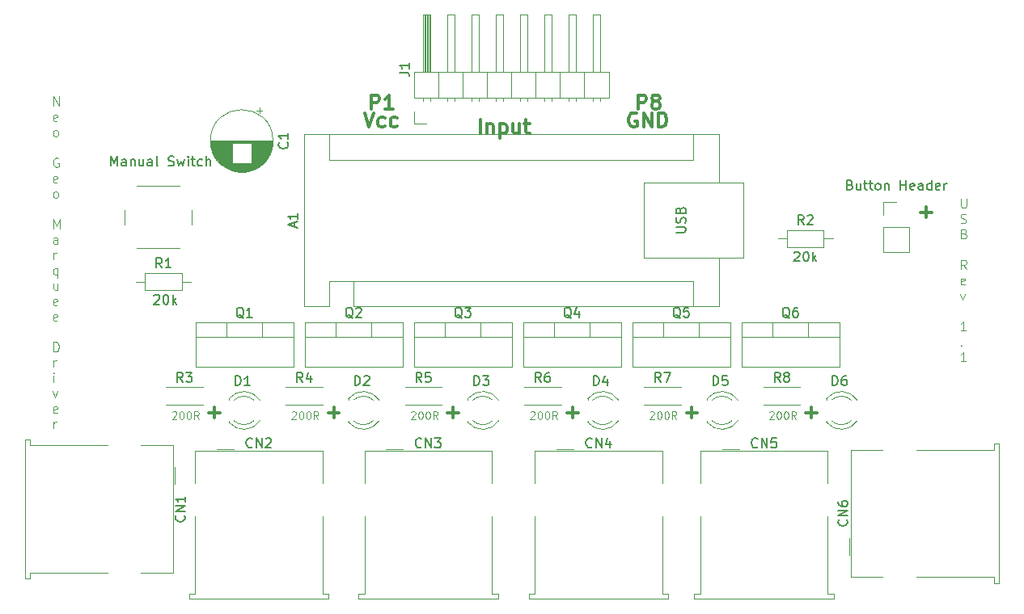
<source format=gbr>
%TF.GenerationSoftware,KiCad,Pcbnew,9.0.0*%
%TF.CreationDate,2025-04-09T17:10:58+10:00*%
%TF.ProjectId,ngmarquee.kicad_pcb_to220_usb_switch_1.1_m3,6e676d61-7271-4756-9565-2e6b69636164,rev?*%
%TF.SameCoordinates,Original*%
%TF.FileFunction,Legend,Top*%
%TF.FilePolarity,Positive*%
%FSLAX46Y46*%
G04 Gerber Fmt 4.6, Leading zero omitted, Abs format (unit mm)*
G04 Created by KiCad (PCBNEW 9.0.0) date 2025-04-09 17:10:58*
%MOMM*%
%LPD*%
G01*
G04 APERTURE LIST*
%ADD10C,0.150000*%
%ADD11C,0.300000*%
%ADD12C,0.120000*%
%ADD13C,0.200000*%
%ADD14C,0.100000*%
G04 APERTURE END LIST*
D10*
X136876779Y-90959819D02*
X136876779Y-89959819D01*
X136876779Y-89959819D02*
X137114874Y-89959819D01*
X137114874Y-89959819D02*
X137257731Y-90007438D01*
X137257731Y-90007438D02*
X137352969Y-90102676D01*
X137352969Y-90102676D02*
X137400588Y-90197914D01*
X137400588Y-90197914D02*
X137448207Y-90388390D01*
X137448207Y-90388390D02*
X137448207Y-90531247D01*
X137448207Y-90531247D02*
X137400588Y-90721723D01*
X137400588Y-90721723D02*
X137352969Y-90816961D01*
X137352969Y-90816961D02*
X137257731Y-90912200D01*
X137257731Y-90912200D02*
X137114874Y-90959819D01*
X137114874Y-90959819D02*
X136876779Y-90959819D01*
X138305350Y-90293152D02*
X138305350Y-90959819D01*
X138067255Y-89912200D02*
X137829160Y-90626485D01*
X137829160Y-90626485D02*
X138448207Y-90626485D01*
X149376779Y-90959819D02*
X149376779Y-89959819D01*
X149376779Y-89959819D02*
X149614874Y-89959819D01*
X149614874Y-89959819D02*
X149757731Y-90007438D01*
X149757731Y-90007438D02*
X149852969Y-90102676D01*
X149852969Y-90102676D02*
X149900588Y-90197914D01*
X149900588Y-90197914D02*
X149948207Y-90388390D01*
X149948207Y-90388390D02*
X149948207Y-90531247D01*
X149948207Y-90531247D02*
X149900588Y-90721723D01*
X149900588Y-90721723D02*
X149852969Y-90816961D01*
X149852969Y-90816961D02*
X149757731Y-90912200D01*
X149757731Y-90912200D02*
X149614874Y-90959819D01*
X149614874Y-90959819D02*
X149376779Y-90959819D01*
X150852969Y-89959819D02*
X150376779Y-89959819D01*
X150376779Y-89959819D02*
X150329160Y-90436009D01*
X150329160Y-90436009D02*
X150376779Y-90388390D01*
X150376779Y-90388390D02*
X150472017Y-90340771D01*
X150472017Y-90340771D02*
X150710112Y-90340771D01*
X150710112Y-90340771D02*
X150805350Y-90388390D01*
X150805350Y-90388390D02*
X150852969Y-90436009D01*
X150852969Y-90436009D02*
X150900588Y-90531247D01*
X150900588Y-90531247D02*
X150900588Y-90769342D01*
X150900588Y-90769342D02*
X150852969Y-90864580D01*
X150852969Y-90864580D02*
X150805350Y-90912200D01*
X150805350Y-90912200D02*
X150710112Y-90959819D01*
X150710112Y-90959819D02*
X150472017Y-90959819D01*
X150472017Y-90959819D02*
X150376779Y-90912200D01*
X150376779Y-90912200D02*
X150329160Y-90864580D01*
D11*
X171094510Y-72819400D02*
X172237368Y-72819400D01*
X171665939Y-73390828D02*
X171665939Y-72247971D01*
X96594510Y-93819400D02*
X97737368Y-93819400D01*
X97165939Y-94390828D02*
X97165939Y-93247971D01*
D12*
X155271327Y-93762045D02*
X155309423Y-93723950D01*
X155309423Y-93723950D02*
X155385613Y-93685855D01*
X155385613Y-93685855D02*
X155576089Y-93685855D01*
X155576089Y-93685855D02*
X155652280Y-93723950D01*
X155652280Y-93723950D02*
X155690375Y-93762045D01*
X155690375Y-93762045D02*
X155728470Y-93838236D01*
X155728470Y-93838236D02*
X155728470Y-93914426D01*
X155728470Y-93914426D02*
X155690375Y-94028712D01*
X155690375Y-94028712D02*
X155233232Y-94485855D01*
X155233232Y-94485855D02*
X155728470Y-94485855D01*
X156223709Y-93685855D02*
X156299899Y-93685855D01*
X156299899Y-93685855D02*
X156376090Y-93723950D01*
X156376090Y-93723950D02*
X156414185Y-93762045D01*
X156414185Y-93762045D02*
X156452280Y-93838236D01*
X156452280Y-93838236D02*
X156490375Y-93990617D01*
X156490375Y-93990617D02*
X156490375Y-94181093D01*
X156490375Y-94181093D02*
X156452280Y-94333474D01*
X156452280Y-94333474D02*
X156414185Y-94409664D01*
X156414185Y-94409664D02*
X156376090Y-94447760D01*
X156376090Y-94447760D02*
X156299899Y-94485855D01*
X156299899Y-94485855D02*
X156223709Y-94485855D01*
X156223709Y-94485855D02*
X156147518Y-94447760D01*
X156147518Y-94447760D02*
X156109423Y-94409664D01*
X156109423Y-94409664D02*
X156071328Y-94333474D01*
X156071328Y-94333474D02*
X156033232Y-94181093D01*
X156033232Y-94181093D02*
X156033232Y-93990617D01*
X156033232Y-93990617D02*
X156071328Y-93838236D01*
X156071328Y-93838236D02*
X156109423Y-93762045D01*
X156109423Y-93762045D02*
X156147518Y-93723950D01*
X156147518Y-93723950D02*
X156223709Y-93685855D01*
X156985614Y-93685855D02*
X157061804Y-93685855D01*
X157061804Y-93685855D02*
X157137995Y-93723950D01*
X157137995Y-93723950D02*
X157176090Y-93762045D01*
X157176090Y-93762045D02*
X157214185Y-93838236D01*
X157214185Y-93838236D02*
X157252280Y-93990617D01*
X157252280Y-93990617D02*
X157252280Y-94181093D01*
X157252280Y-94181093D02*
X157214185Y-94333474D01*
X157214185Y-94333474D02*
X157176090Y-94409664D01*
X157176090Y-94409664D02*
X157137995Y-94447760D01*
X157137995Y-94447760D02*
X157061804Y-94485855D01*
X157061804Y-94485855D02*
X156985614Y-94485855D01*
X156985614Y-94485855D02*
X156909423Y-94447760D01*
X156909423Y-94447760D02*
X156871328Y-94409664D01*
X156871328Y-94409664D02*
X156833233Y-94333474D01*
X156833233Y-94333474D02*
X156795137Y-94181093D01*
X156795137Y-94181093D02*
X156795137Y-93990617D01*
X156795137Y-93990617D02*
X156833233Y-93838236D01*
X156833233Y-93838236D02*
X156871328Y-93762045D01*
X156871328Y-93762045D02*
X156909423Y-93723950D01*
X156909423Y-93723950D02*
X156985614Y-93685855D01*
X158052281Y-94485855D02*
X157785614Y-94104902D01*
X157595138Y-94485855D02*
X157595138Y-93685855D01*
X157595138Y-93685855D02*
X157899900Y-93685855D01*
X157899900Y-93685855D02*
X157976090Y-93723950D01*
X157976090Y-93723950D02*
X158014185Y-93762045D01*
X158014185Y-93762045D02*
X158052281Y-93838236D01*
X158052281Y-93838236D02*
X158052281Y-93952521D01*
X158052281Y-93952521D02*
X158014185Y-94028712D01*
X158014185Y-94028712D02*
X157976090Y-94066807D01*
X157976090Y-94066807D02*
X157899900Y-94104902D01*
X157899900Y-94104902D02*
X157595138Y-94104902D01*
D11*
X121594510Y-93819400D02*
X122737368Y-93819400D01*
X122165939Y-94390828D02*
X122165939Y-93247971D01*
D12*
X142771327Y-93762045D02*
X142809423Y-93723950D01*
X142809423Y-93723950D02*
X142885613Y-93685855D01*
X142885613Y-93685855D02*
X143076089Y-93685855D01*
X143076089Y-93685855D02*
X143152280Y-93723950D01*
X143152280Y-93723950D02*
X143190375Y-93762045D01*
X143190375Y-93762045D02*
X143228470Y-93838236D01*
X143228470Y-93838236D02*
X143228470Y-93914426D01*
X143228470Y-93914426D02*
X143190375Y-94028712D01*
X143190375Y-94028712D02*
X142733232Y-94485855D01*
X142733232Y-94485855D02*
X143228470Y-94485855D01*
X143723709Y-93685855D02*
X143799899Y-93685855D01*
X143799899Y-93685855D02*
X143876090Y-93723950D01*
X143876090Y-93723950D02*
X143914185Y-93762045D01*
X143914185Y-93762045D02*
X143952280Y-93838236D01*
X143952280Y-93838236D02*
X143990375Y-93990617D01*
X143990375Y-93990617D02*
X143990375Y-94181093D01*
X143990375Y-94181093D02*
X143952280Y-94333474D01*
X143952280Y-94333474D02*
X143914185Y-94409664D01*
X143914185Y-94409664D02*
X143876090Y-94447760D01*
X143876090Y-94447760D02*
X143799899Y-94485855D01*
X143799899Y-94485855D02*
X143723709Y-94485855D01*
X143723709Y-94485855D02*
X143647518Y-94447760D01*
X143647518Y-94447760D02*
X143609423Y-94409664D01*
X143609423Y-94409664D02*
X143571328Y-94333474D01*
X143571328Y-94333474D02*
X143533232Y-94181093D01*
X143533232Y-94181093D02*
X143533232Y-93990617D01*
X143533232Y-93990617D02*
X143571328Y-93838236D01*
X143571328Y-93838236D02*
X143609423Y-93762045D01*
X143609423Y-93762045D02*
X143647518Y-93723950D01*
X143647518Y-93723950D02*
X143723709Y-93685855D01*
X144485614Y-93685855D02*
X144561804Y-93685855D01*
X144561804Y-93685855D02*
X144637995Y-93723950D01*
X144637995Y-93723950D02*
X144676090Y-93762045D01*
X144676090Y-93762045D02*
X144714185Y-93838236D01*
X144714185Y-93838236D02*
X144752280Y-93990617D01*
X144752280Y-93990617D02*
X144752280Y-94181093D01*
X144752280Y-94181093D02*
X144714185Y-94333474D01*
X144714185Y-94333474D02*
X144676090Y-94409664D01*
X144676090Y-94409664D02*
X144637995Y-94447760D01*
X144637995Y-94447760D02*
X144561804Y-94485855D01*
X144561804Y-94485855D02*
X144485614Y-94485855D01*
X144485614Y-94485855D02*
X144409423Y-94447760D01*
X144409423Y-94447760D02*
X144371328Y-94409664D01*
X144371328Y-94409664D02*
X144333233Y-94333474D01*
X144333233Y-94333474D02*
X144295137Y-94181093D01*
X144295137Y-94181093D02*
X144295137Y-93990617D01*
X144295137Y-93990617D02*
X144333233Y-93838236D01*
X144333233Y-93838236D02*
X144371328Y-93762045D01*
X144371328Y-93762045D02*
X144409423Y-93723950D01*
X144409423Y-93723950D02*
X144485614Y-93685855D01*
X145552281Y-94485855D02*
X145285614Y-94104902D01*
X145095138Y-94485855D02*
X145095138Y-93685855D01*
X145095138Y-93685855D02*
X145399900Y-93685855D01*
X145399900Y-93685855D02*
X145476090Y-93723950D01*
X145476090Y-93723950D02*
X145514185Y-93762045D01*
X145514185Y-93762045D02*
X145552281Y-93838236D01*
X145552281Y-93838236D02*
X145552281Y-93952521D01*
X145552281Y-93952521D02*
X145514185Y-94028712D01*
X145514185Y-94028712D02*
X145476090Y-94066807D01*
X145476090Y-94066807D02*
X145399900Y-94104902D01*
X145399900Y-94104902D02*
X145095138Y-94104902D01*
D10*
X86376779Y-67959819D02*
X86376779Y-66959819D01*
X86376779Y-66959819D02*
X86710112Y-67674104D01*
X86710112Y-67674104D02*
X87043445Y-66959819D01*
X87043445Y-66959819D02*
X87043445Y-67959819D01*
X87948207Y-67959819D02*
X87948207Y-67436009D01*
X87948207Y-67436009D02*
X87900588Y-67340771D01*
X87900588Y-67340771D02*
X87805350Y-67293152D01*
X87805350Y-67293152D02*
X87614874Y-67293152D01*
X87614874Y-67293152D02*
X87519636Y-67340771D01*
X87948207Y-67912200D02*
X87852969Y-67959819D01*
X87852969Y-67959819D02*
X87614874Y-67959819D01*
X87614874Y-67959819D02*
X87519636Y-67912200D01*
X87519636Y-67912200D02*
X87472017Y-67816961D01*
X87472017Y-67816961D02*
X87472017Y-67721723D01*
X87472017Y-67721723D02*
X87519636Y-67626485D01*
X87519636Y-67626485D02*
X87614874Y-67578866D01*
X87614874Y-67578866D02*
X87852969Y-67578866D01*
X87852969Y-67578866D02*
X87948207Y-67531247D01*
X88424398Y-67293152D02*
X88424398Y-67959819D01*
X88424398Y-67388390D02*
X88472017Y-67340771D01*
X88472017Y-67340771D02*
X88567255Y-67293152D01*
X88567255Y-67293152D02*
X88710112Y-67293152D01*
X88710112Y-67293152D02*
X88805350Y-67340771D01*
X88805350Y-67340771D02*
X88852969Y-67436009D01*
X88852969Y-67436009D02*
X88852969Y-67959819D01*
X89757731Y-67293152D02*
X89757731Y-67959819D01*
X89329160Y-67293152D02*
X89329160Y-67816961D01*
X89329160Y-67816961D02*
X89376779Y-67912200D01*
X89376779Y-67912200D02*
X89472017Y-67959819D01*
X89472017Y-67959819D02*
X89614874Y-67959819D01*
X89614874Y-67959819D02*
X89710112Y-67912200D01*
X89710112Y-67912200D02*
X89757731Y-67864580D01*
X90662493Y-67959819D02*
X90662493Y-67436009D01*
X90662493Y-67436009D02*
X90614874Y-67340771D01*
X90614874Y-67340771D02*
X90519636Y-67293152D01*
X90519636Y-67293152D02*
X90329160Y-67293152D01*
X90329160Y-67293152D02*
X90233922Y-67340771D01*
X90662493Y-67912200D02*
X90567255Y-67959819D01*
X90567255Y-67959819D02*
X90329160Y-67959819D01*
X90329160Y-67959819D02*
X90233922Y-67912200D01*
X90233922Y-67912200D02*
X90186303Y-67816961D01*
X90186303Y-67816961D02*
X90186303Y-67721723D01*
X90186303Y-67721723D02*
X90233922Y-67626485D01*
X90233922Y-67626485D02*
X90329160Y-67578866D01*
X90329160Y-67578866D02*
X90567255Y-67578866D01*
X90567255Y-67578866D02*
X90662493Y-67531247D01*
X91281541Y-67959819D02*
X91186303Y-67912200D01*
X91186303Y-67912200D02*
X91138684Y-67816961D01*
X91138684Y-67816961D02*
X91138684Y-66959819D01*
X92376780Y-67912200D02*
X92519637Y-67959819D01*
X92519637Y-67959819D02*
X92757732Y-67959819D01*
X92757732Y-67959819D02*
X92852970Y-67912200D01*
X92852970Y-67912200D02*
X92900589Y-67864580D01*
X92900589Y-67864580D02*
X92948208Y-67769342D01*
X92948208Y-67769342D02*
X92948208Y-67674104D01*
X92948208Y-67674104D02*
X92900589Y-67578866D01*
X92900589Y-67578866D02*
X92852970Y-67531247D01*
X92852970Y-67531247D02*
X92757732Y-67483628D01*
X92757732Y-67483628D02*
X92567256Y-67436009D01*
X92567256Y-67436009D02*
X92472018Y-67388390D01*
X92472018Y-67388390D02*
X92424399Y-67340771D01*
X92424399Y-67340771D02*
X92376780Y-67245533D01*
X92376780Y-67245533D02*
X92376780Y-67150295D01*
X92376780Y-67150295D02*
X92424399Y-67055057D01*
X92424399Y-67055057D02*
X92472018Y-67007438D01*
X92472018Y-67007438D02*
X92567256Y-66959819D01*
X92567256Y-66959819D02*
X92805351Y-66959819D01*
X92805351Y-66959819D02*
X92948208Y-67007438D01*
X93281542Y-67293152D02*
X93472018Y-67959819D01*
X93472018Y-67959819D02*
X93662494Y-67483628D01*
X93662494Y-67483628D02*
X93852970Y-67959819D01*
X93852970Y-67959819D02*
X94043446Y-67293152D01*
X94424399Y-67959819D02*
X94424399Y-67293152D01*
X94424399Y-66959819D02*
X94376780Y-67007438D01*
X94376780Y-67007438D02*
X94424399Y-67055057D01*
X94424399Y-67055057D02*
X94472018Y-67007438D01*
X94472018Y-67007438D02*
X94424399Y-66959819D01*
X94424399Y-66959819D02*
X94424399Y-67055057D01*
X94757732Y-67293152D02*
X95138684Y-67293152D01*
X94900589Y-66959819D02*
X94900589Y-67816961D01*
X94900589Y-67816961D02*
X94948208Y-67912200D01*
X94948208Y-67912200D02*
X95043446Y-67959819D01*
X95043446Y-67959819D02*
X95138684Y-67959819D01*
X95900589Y-67912200D02*
X95805351Y-67959819D01*
X95805351Y-67959819D02*
X95614875Y-67959819D01*
X95614875Y-67959819D02*
X95519637Y-67912200D01*
X95519637Y-67912200D02*
X95472018Y-67864580D01*
X95472018Y-67864580D02*
X95424399Y-67769342D01*
X95424399Y-67769342D02*
X95424399Y-67483628D01*
X95424399Y-67483628D02*
X95472018Y-67388390D01*
X95472018Y-67388390D02*
X95519637Y-67340771D01*
X95519637Y-67340771D02*
X95614875Y-67293152D01*
X95614875Y-67293152D02*
X95805351Y-67293152D01*
X95805351Y-67293152D02*
X95900589Y-67340771D01*
X96329161Y-67959819D02*
X96329161Y-66959819D01*
X96757732Y-67959819D02*
X96757732Y-67436009D01*
X96757732Y-67436009D02*
X96710113Y-67340771D01*
X96710113Y-67340771D02*
X96614875Y-67293152D01*
X96614875Y-67293152D02*
X96472018Y-67293152D01*
X96472018Y-67293152D02*
X96376780Y-67340771D01*
X96376780Y-67340771D02*
X96329161Y-67388390D01*
X99376779Y-90959819D02*
X99376779Y-89959819D01*
X99376779Y-89959819D02*
X99614874Y-89959819D01*
X99614874Y-89959819D02*
X99757731Y-90007438D01*
X99757731Y-90007438D02*
X99852969Y-90102676D01*
X99852969Y-90102676D02*
X99900588Y-90197914D01*
X99900588Y-90197914D02*
X99948207Y-90388390D01*
X99948207Y-90388390D02*
X99948207Y-90531247D01*
X99948207Y-90531247D02*
X99900588Y-90721723D01*
X99900588Y-90721723D02*
X99852969Y-90816961D01*
X99852969Y-90816961D02*
X99757731Y-90912200D01*
X99757731Y-90912200D02*
X99614874Y-90959819D01*
X99614874Y-90959819D02*
X99376779Y-90959819D01*
X100900588Y-90959819D02*
X100329160Y-90959819D01*
X100614874Y-90959819D02*
X100614874Y-89959819D01*
X100614874Y-89959819D02*
X100519636Y-90102676D01*
X100519636Y-90102676D02*
X100424398Y-90197914D01*
X100424398Y-90197914D02*
X100329160Y-90245533D01*
D13*
X90862054Y-81552457D02*
X90909673Y-81504838D01*
X90909673Y-81504838D02*
X91004911Y-81457219D01*
X91004911Y-81457219D02*
X91243006Y-81457219D01*
X91243006Y-81457219D02*
X91338244Y-81504838D01*
X91338244Y-81504838D02*
X91385863Y-81552457D01*
X91385863Y-81552457D02*
X91433482Y-81647695D01*
X91433482Y-81647695D02*
X91433482Y-81742933D01*
X91433482Y-81742933D02*
X91385863Y-81885790D01*
X91385863Y-81885790D02*
X90814435Y-82457219D01*
X90814435Y-82457219D02*
X91433482Y-82457219D01*
X92052530Y-81457219D02*
X92147768Y-81457219D01*
X92147768Y-81457219D02*
X92243006Y-81504838D01*
X92243006Y-81504838D02*
X92290625Y-81552457D01*
X92290625Y-81552457D02*
X92338244Y-81647695D01*
X92338244Y-81647695D02*
X92385863Y-81838171D01*
X92385863Y-81838171D02*
X92385863Y-82076266D01*
X92385863Y-82076266D02*
X92338244Y-82266742D01*
X92338244Y-82266742D02*
X92290625Y-82361980D01*
X92290625Y-82361980D02*
X92243006Y-82409600D01*
X92243006Y-82409600D02*
X92147768Y-82457219D01*
X92147768Y-82457219D02*
X92052530Y-82457219D01*
X92052530Y-82457219D02*
X91957292Y-82409600D01*
X91957292Y-82409600D02*
X91909673Y-82361980D01*
X91909673Y-82361980D02*
X91862054Y-82266742D01*
X91862054Y-82266742D02*
X91814435Y-82076266D01*
X91814435Y-82076266D02*
X91814435Y-81838171D01*
X91814435Y-81838171D02*
X91862054Y-81647695D01*
X91862054Y-81647695D02*
X91909673Y-81552457D01*
X91909673Y-81552457D02*
X91957292Y-81504838D01*
X91957292Y-81504838D02*
X92052530Y-81457219D01*
X92814435Y-82457219D02*
X92814435Y-81457219D01*
X92909673Y-82076266D02*
X93195387Y-82457219D01*
X93195387Y-81790552D02*
X92814435Y-82171504D01*
D12*
X117771327Y-93762045D02*
X117809423Y-93723950D01*
X117809423Y-93723950D02*
X117885613Y-93685855D01*
X117885613Y-93685855D02*
X118076089Y-93685855D01*
X118076089Y-93685855D02*
X118152280Y-93723950D01*
X118152280Y-93723950D02*
X118190375Y-93762045D01*
X118190375Y-93762045D02*
X118228470Y-93838236D01*
X118228470Y-93838236D02*
X118228470Y-93914426D01*
X118228470Y-93914426D02*
X118190375Y-94028712D01*
X118190375Y-94028712D02*
X117733232Y-94485855D01*
X117733232Y-94485855D02*
X118228470Y-94485855D01*
X118723709Y-93685855D02*
X118799899Y-93685855D01*
X118799899Y-93685855D02*
X118876090Y-93723950D01*
X118876090Y-93723950D02*
X118914185Y-93762045D01*
X118914185Y-93762045D02*
X118952280Y-93838236D01*
X118952280Y-93838236D02*
X118990375Y-93990617D01*
X118990375Y-93990617D02*
X118990375Y-94181093D01*
X118990375Y-94181093D02*
X118952280Y-94333474D01*
X118952280Y-94333474D02*
X118914185Y-94409664D01*
X118914185Y-94409664D02*
X118876090Y-94447760D01*
X118876090Y-94447760D02*
X118799899Y-94485855D01*
X118799899Y-94485855D02*
X118723709Y-94485855D01*
X118723709Y-94485855D02*
X118647518Y-94447760D01*
X118647518Y-94447760D02*
X118609423Y-94409664D01*
X118609423Y-94409664D02*
X118571328Y-94333474D01*
X118571328Y-94333474D02*
X118533232Y-94181093D01*
X118533232Y-94181093D02*
X118533232Y-93990617D01*
X118533232Y-93990617D02*
X118571328Y-93838236D01*
X118571328Y-93838236D02*
X118609423Y-93762045D01*
X118609423Y-93762045D02*
X118647518Y-93723950D01*
X118647518Y-93723950D02*
X118723709Y-93685855D01*
X119485614Y-93685855D02*
X119561804Y-93685855D01*
X119561804Y-93685855D02*
X119637995Y-93723950D01*
X119637995Y-93723950D02*
X119676090Y-93762045D01*
X119676090Y-93762045D02*
X119714185Y-93838236D01*
X119714185Y-93838236D02*
X119752280Y-93990617D01*
X119752280Y-93990617D02*
X119752280Y-94181093D01*
X119752280Y-94181093D02*
X119714185Y-94333474D01*
X119714185Y-94333474D02*
X119676090Y-94409664D01*
X119676090Y-94409664D02*
X119637995Y-94447760D01*
X119637995Y-94447760D02*
X119561804Y-94485855D01*
X119561804Y-94485855D02*
X119485614Y-94485855D01*
X119485614Y-94485855D02*
X119409423Y-94447760D01*
X119409423Y-94447760D02*
X119371328Y-94409664D01*
X119371328Y-94409664D02*
X119333233Y-94333474D01*
X119333233Y-94333474D02*
X119295137Y-94181093D01*
X119295137Y-94181093D02*
X119295137Y-93990617D01*
X119295137Y-93990617D02*
X119333233Y-93838236D01*
X119333233Y-93838236D02*
X119371328Y-93762045D01*
X119371328Y-93762045D02*
X119409423Y-93723950D01*
X119409423Y-93723950D02*
X119485614Y-93685855D01*
X120552281Y-94485855D02*
X120285614Y-94104902D01*
X120095138Y-94485855D02*
X120095138Y-93685855D01*
X120095138Y-93685855D02*
X120399900Y-93685855D01*
X120399900Y-93685855D02*
X120476090Y-93723950D01*
X120476090Y-93723950D02*
X120514185Y-93762045D01*
X120514185Y-93762045D02*
X120552281Y-93838236D01*
X120552281Y-93838236D02*
X120552281Y-93952521D01*
X120552281Y-93952521D02*
X120514185Y-94028712D01*
X120514185Y-94028712D02*
X120476090Y-94066807D01*
X120476090Y-94066807D02*
X120399900Y-94104902D01*
X120399900Y-94104902D02*
X120095138Y-94104902D01*
D11*
X141524510Y-62030828D02*
X141524510Y-60530828D01*
X141524510Y-60530828D02*
X142095939Y-60530828D01*
X142095939Y-60530828D02*
X142238796Y-60602257D01*
X142238796Y-60602257D02*
X142310225Y-60673685D01*
X142310225Y-60673685D02*
X142381653Y-60816542D01*
X142381653Y-60816542D02*
X142381653Y-61030828D01*
X142381653Y-61030828D02*
X142310225Y-61173685D01*
X142310225Y-61173685D02*
X142238796Y-61245114D01*
X142238796Y-61245114D02*
X142095939Y-61316542D01*
X142095939Y-61316542D02*
X141524510Y-61316542D01*
X143238796Y-61173685D02*
X143095939Y-61102257D01*
X143095939Y-61102257D02*
X143024510Y-61030828D01*
X143024510Y-61030828D02*
X142953082Y-60887971D01*
X142953082Y-60887971D02*
X142953082Y-60816542D01*
X142953082Y-60816542D02*
X143024510Y-60673685D01*
X143024510Y-60673685D02*
X143095939Y-60602257D01*
X143095939Y-60602257D02*
X143238796Y-60530828D01*
X143238796Y-60530828D02*
X143524510Y-60530828D01*
X143524510Y-60530828D02*
X143667368Y-60602257D01*
X143667368Y-60602257D02*
X143738796Y-60673685D01*
X143738796Y-60673685D02*
X143810225Y-60816542D01*
X143810225Y-60816542D02*
X143810225Y-60887971D01*
X143810225Y-60887971D02*
X143738796Y-61030828D01*
X143738796Y-61030828D02*
X143667368Y-61102257D01*
X143667368Y-61102257D02*
X143524510Y-61173685D01*
X143524510Y-61173685D02*
X143238796Y-61173685D01*
X143238796Y-61173685D02*
X143095939Y-61245114D01*
X143095939Y-61245114D02*
X143024510Y-61316542D01*
X143024510Y-61316542D02*
X142953082Y-61459400D01*
X142953082Y-61459400D02*
X142953082Y-61745114D01*
X142953082Y-61745114D02*
X143024510Y-61887971D01*
X143024510Y-61887971D02*
X143095939Y-61959400D01*
X143095939Y-61959400D02*
X143238796Y-62030828D01*
X143238796Y-62030828D02*
X143524510Y-62030828D01*
X143524510Y-62030828D02*
X143667368Y-61959400D01*
X143667368Y-61959400D02*
X143738796Y-61887971D01*
X143738796Y-61887971D02*
X143810225Y-61745114D01*
X143810225Y-61745114D02*
X143810225Y-61459400D01*
X143810225Y-61459400D02*
X143738796Y-61316542D01*
X143738796Y-61316542D02*
X143667368Y-61245114D01*
X143667368Y-61245114D02*
X143524510Y-61173685D01*
D12*
X105271327Y-93762045D02*
X105309423Y-93723950D01*
X105309423Y-93723950D02*
X105385613Y-93685855D01*
X105385613Y-93685855D02*
X105576089Y-93685855D01*
X105576089Y-93685855D02*
X105652280Y-93723950D01*
X105652280Y-93723950D02*
X105690375Y-93762045D01*
X105690375Y-93762045D02*
X105728470Y-93838236D01*
X105728470Y-93838236D02*
X105728470Y-93914426D01*
X105728470Y-93914426D02*
X105690375Y-94028712D01*
X105690375Y-94028712D02*
X105233232Y-94485855D01*
X105233232Y-94485855D02*
X105728470Y-94485855D01*
X106223709Y-93685855D02*
X106299899Y-93685855D01*
X106299899Y-93685855D02*
X106376090Y-93723950D01*
X106376090Y-93723950D02*
X106414185Y-93762045D01*
X106414185Y-93762045D02*
X106452280Y-93838236D01*
X106452280Y-93838236D02*
X106490375Y-93990617D01*
X106490375Y-93990617D02*
X106490375Y-94181093D01*
X106490375Y-94181093D02*
X106452280Y-94333474D01*
X106452280Y-94333474D02*
X106414185Y-94409664D01*
X106414185Y-94409664D02*
X106376090Y-94447760D01*
X106376090Y-94447760D02*
X106299899Y-94485855D01*
X106299899Y-94485855D02*
X106223709Y-94485855D01*
X106223709Y-94485855D02*
X106147518Y-94447760D01*
X106147518Y-94447760D02*
X106109423Y-94409664D01*
X106109423Y-94409664D02*
X106071328Y-94333474D01*
X106071328Y-94333474D02*
X106033232Y-94181093D01*
X106033232Y-94181093D02*
X106033232Y-93990617D01*
X106033232Y-93990617D02*
X106071328Y-93838236D01*
X106071328Y-93838236D02*
X106109423Y-93762045D01*
X106109423Y-93762045D02*
X106147518Y-93723950D01*
X106147518Y-93723950D02*
X106223709Y-93685855D01*
X106985614Y-93685855D02*
X107061804Y-93685855D01*
X107061804Y-93685855D02*
X107137995Y-93723950D01*
X107137995Y-93723950D02*
X107176090Y-93762045D01*
X107176090Y-93762045D02*
X107214185Y-93838236D01*
X107214185Y-93838236D02*
X107252280Y-93990617D01*
X107252280Y-93990617D02*
X107252280Y-94181093D01*
X107252280Y-94181093D02*
X107214185Y-94333474D01*
X107214185Y-94333474D02*
X107176090Y-94409664D01*
X107176090Y-94409664D02*
X107137995Y-94447760D01*
X107137995Y-94447760D02*
X107061804Y-94485855D01*
X107061804Y-94485855D02*
X106985614Y-94485855D01*
X106985614Y-94485855D02*
X106909423Y-94447760D01*
X106909423Y-94447760D02*
X106871328Y-94409664D01*
X106871328Y-94409664D02*
X106833233Y-94333474D01*
X106833233Y-94333474D02*
X106795137Y-94181093D01*
X106795137Y-94181093D02*
X106795137Y-93990617D01*
X106795137Y-93990617D02*
X106833233Y-93838236D01*
X106833233Y-93838236D02*
X106871328Y-93762045D01*
X106871328Y-93762045D02*
X106909423Y-93723950D01*
X106909423Y-93723950D02*
X106985614Y-93685855D01*
X108052281Y-94485855D02*
X107785614Y-94104902D01*
X107595138Y-94485855D02*
X107595138Y-93685855D01*
X107595138Y-93685855D02*
X107899900Y-93685855D01*
X107899900Y-93685855D02*
X107976090Y-93723950D01*
X107976090Y-93723950D02*
X108014185Y-93762045D01*
X108014185Y-93762045D02*
X108052281Y-93838236D01*
X108052281Y-93838236D02*
X108052281Y-93952521D01*
X108052281Y-93952521D02*
X108014185Y-94028712D01*
X108014185Y-94028712D02*
X107976090Y-94066807D01*
X107976090Y-94066807D02*
X107899900Y-94104902D01*
X107899900Y-94104902D02*
X107595138Y-94104902D01*
D13*
X157862054Y-77052457D02*
X157909673Y-77004838D01*
X157909673Y-77004838D02*
X158004911Y-76957219D01*
X158004911Y-76957219D02*
X158243006Y-76957219D01*
X158243006Y-76957219D02*
X158338244Y-77004838D01*
X158338244Y-77004838D02*
X158385863Y-77052457D01*
X158385863Y-77052457D02*
X158433482Y-77147695D01*
X158433482Y-77147695D02*
X158433482Y-77242933D01*
X158433482Y-77242933D02*
X158385863Y-77385790D01*
X158385863Y-77385790D02*
X157814435Y-77957219D01*
X157814435Y-77957219D02*
X158433482Y-77957219D01*
X159052530Y-76957219D02*
X159147768Y-76957219D01*
X159147768Y-76957219D02*
X159243006Y-77004838D01*
X159243006Y-77004838D02*
X159290625Y-77052457D01*
X159290625Y-77052457D02*
X159338244Y-77147695D01*
X159338244Y-77147695D02*
X159385863Y-77338171D01*
X159385863Y-77338171D02*
X159385863Y-77576266D01*
X159385863Y-77576266D02*
X159338244Y-77766742D01*
X159338244Y-77766742D02*
X159290625Y-77861980D01*
X159290625Y-77861980D02*
X159243006Y-77909600D01*
X159243006Y-77909600D02*
X159147768Y-77957219D01*
X159147768Y-77957219D02*
X159052530Y-77957219D01*
X159052530Y-77957219D02*
X158957292Y-77909600D01*
X158957292Y-77909600D02*
X158909673Y-77861980D01*
X158909673Y-77861980D02*
X158862054Y-77766742D01*
X158862054Y-77766742D02*
X158814435Y-77576266D01*
X158814435Y-77576266D02*
X158814435Y-77338171D01*
X158814435Y-77338171D02*
X158862054Y-77147695D01*
X158862054Y-77147695D02*
X158909673Y-77052457D01*
X158909673Y-77052457D02*
X158957292Y-77004838D01*
X158957292Y-77004838D02*
X159052530Y-76957219D01*
X159814435Y-77957219D02*
X159814435Y-76957219D01*
X159909673Y-77576266D02*
X160195387Y-77957219D01*
X160195387Y-77290552D02*
X159814435Y-77671504D01*
D11*
X109094510Y-93819400D02*
X110237368Y-93819400D01*
X109665939Y-94390828D02*
X109665939Y-93247971D01*
X141380225Y-62462257D02*
X141237368Y-62390828D01*
X141237368Y-62390828D02*
X141023082Y-62390828D01*
X141023082Y-62390828D02*
X140808796Y-62462257D01*
X140808796Y-62462257D02*
X140665939Y-62605114D01*
X140665939Y-62605114D02*
X140594510Y-62747971D01*
X140594510Y-62747971D02*
X140523082Y-63033685D01*
X140523082Y-63033685D02*
X140523082Y-63247971D01*
X140523082Y-63247971D02*
X140594510Y-63533685D01*
X140594510Y-63533685D02*
X140665939Y-63676542D01*
X140665939Y-63676542D02*
X140808796Y-63819400D01*
X140808796Y-63819400D02*
X141023082Y-63890828D01*
X141023082Y-63890828D02*
X141165939Y-63890828D01*
X141165939Y-63890828D02*
X141380225Y-63819400D01*
X141380225Y-63819400D02*
X141451653Y-63747971D01*
X141451653Y-63747971D02*
X141451653Y-63247971D01*
X141451653Y-63247971D02*
X141165939Y-63247971D01*
X142094510Y-63890828D02*
X142094510Y-62390828D01*
X142094510Y-62390828D02*
X142951653Y-63890828D01*
X142951653Y-63890828D02*
X142951653Y-62390828D01*
X143665939Y-63890828D02*
X143665939Y-62390828D01*
X143665939Y-62390828D02*
X144023082Y-62390828D01*
X144023082Y-62390828D02*
X144237368Y-62462257D01*
X144237368Y-62462257D02*
X144380225Y-62605114D01*
X144380225Y-62605114D02*
X144451654Y-62747971D01*
X144451654Y-62747971D02*
X144523082Y-63033685D01*
X144523082Y-63033685D02*
X144523082Y-63247971D01*
X144523082Y-63247971D02*
X144451654Y-63533685D01*
X144451654Y-63533685D02*
X144380225Y-63676542D01*
X144380225Y-63676542D02*
X144237368Y-63819400D01*
X144237368Y-63819400D02*
X144023082Y-63890828D01*
X144023082Y-63890828D02*
X143665939Y-63890828D01*
D10*
X124376779Y-90959819D02*
X124376779Y-89959819D01*
X124376779Y-89959819D02*
X124614874Y-89959819D01*
X124614874Y-89959819D02*
X124757731Y-90007438D01*
X124757731Y-90007438D02*
X124852969Y-90102676D01*
X124852969Y-90102676D02*
X124900588Y-90197914D01*
X124900588Y-90197914D02*
X124948207Y-90388390D01*
X124948207Y-90388390D02*
X124948207Y-90531247D01*
X124948207Y-90531247D02*
X124900588Y-90721723D01*
X124900588Y-90721723D02*
X124852969Y-90816961D01*
X124852969Y-90816961D02*
X124757731Y-90912200D01*
X124757731Y-90912200D02*
X124614874Y-90959819D01*
X124614874Y-90959819D02*
X124376779Y-90959819D01*
X125281541Y-89959819D02*
X125900588Y-89959819D01*
X125900588Y-89959819D02*
X125567255Y-90340771D01*
X125567255Y-90340771D02*
X125710112Y-90340771D01*
X125710112Y-90340771D02*
X125805350Y-90388390D01*
X125805350Y-90388390D02*
X125852969Y-90436009D01*
X125852969Y-90436009D02*
X125900588Y-90531247D01*
X125900588Y-90531247D02*
X125900588Y-90769342D01*
X125900588Y-90769342D02*
X125852969Y-90864580D01*
X125852969Y-90864580D02*
X125805350Y-90912200D01*
X125805350Y-90912200D02*
X125710112Y-90959819D01*
X125710112Y-90959819D02*
X125424398Y-90959819D01*
X125424398Y-90959819D02*
X125329160Y-90912200D01*
X125329160Y-90912200D02*
X125281541Y-90864580D01*
D11*
X112880225Y-62390828D02*
X113380225Y-63890828D01*
X113380225Y-63890828D02*
X113880225Y-62390828D01*
X115023082Y-63819400D02*
X114880224Y-63890828D01*
X114880224Y-63890828D02*
X114594510Y-63890828D01*
X114594510Y-63890828D02*
X114451653Y-63819400D01*
X114451653Y-63819400D02*
X114380224Y-63747971D01*
X114380224Y-63747971D02*
X114308796Y-63605114D01*
X114308796Y-63605114D02*
X114308796Y-63176542D01*
X114308796Y-63176542D02*
X114380224Y-63033685D01*
X114380224Y-63033685D02*
X114451653Y-62962257D01*
X114451653Y-62962257D02*
X114594510Y-62890828D01*
X114594510Y-62890828D02*
X114880224Y-62890828D01*
X114880224Y-62890828D02*
X115023082Y-62962257D01*
X116308796Y-63819400D02*
X116165938Y-63890828D01*
X116165938Y-63890828D02*
X115880224Y-63890828D01*
X115880224Y-63890828D02*
X115737367Y-63819400D01*
X115737367Y-63819400D02*
X115665938Y-63747971D01*
X115665938Y-63747971D02*
X115594510Y-63605114D01*
X115594510Y-63605114D02*
X115594510Y-63176542D01*
X115594510Y-63176542D02*
X115665938Y-63033685D01*
X115665938Y-63033685D02*
X115737367Y-62962257D01*
X115737367Y-62962257D02*
X115880224Y-62890828D01*
X115880224Y-62890828D02*
X116165938Y-62890828D01*
X116165938Y-62890828D02*
X116308796Y-62962257D01*
D14*
X175343884Y-71362979D02*
X175343884Y-72172502D01*
X175343884Y-72172502D02*
X175391503Y-72267740D01*
X175391503Y-72267740D02*
X175439122Y-72315360D01*
X175439122Y-72315360D02*
X175534360Y-72362979D01*
X175534360Y-72362979D02*
X175724836Y-72362979D01*
X175724836Y-72362979D02*
X175820074Y-72315360D01*
X175820074Y-72315360D02*
X175867693Y-72267740D01*
X175867693Y-72267740D02*
X175915312Y-72172502D01*
X175915312Y-72172502D02*
X175915312Y-71362979D01*
X175296265Y-73925304D02*
X175439122Y-73972923D01*
X175439122Y-73972923D02*
X175677217Y-73972923D01*
X175677217Y-73972923D02*
X175772455Y-73925304D01*
X175772455Y-73925304D02*
X175820074Y-73877684D01*
X175820074Y-73877684D02*
X175867693Y-73782446D01*
X175867693Y-73782446D02*
X175867693Y-73687208D01*
X175867693Y-73687208D02*
X175820074Y-73591970D01*
X175820074Y-73591970D02*
X175772455Y-73544351D01*
X175772455Y-73544351D02*
X175677217Y-73496732D01*
X175677217Y-73496732D02*
X175486741Y-73449113D01*
X175486741Y-73449113D02*
X175391503Y-73401494D01*
X175391503Y-73401494D02*
X175343884Y-73353875D01*
X175343884Y-73353875D02*
X175296265Y-73258637D01*
X175296265Y-73258637D02*
X175296265Y-73163399D01*
X175296265Y-73163399D02*
X175343884Y-73068161D01*
X175343884Y-73068161D02*
X175391503Y-73020542D01*
X175391503Y-73020542D02*
X175486741Y-72972923D01*
X175486741Y-72972923D02*
X175724836Y-72972923D01*
X175724836Y-72972923D02*
X175867693Y-73020542D01*
X175677217Y-75059057D02*
X175820074Y-75106676D01*
X175820074Y-75106676D02*
X175867693Y-75154295D01*
X175867693Y-75154295D02*
X175915312Y-75249533D01*
X175915312Y-75249533D02*
X175915312Y-75392390D01*
X175915312Y-75392390D02*
X175867693Y-75487628D01*
X175867693Y-75487628D02*
X175820074Y-75535248D01*
X175820074Y-75535248D02*
X175724836Y-75582867D01*
X175724836Y-75582867D02*
X175343884Y-75582867D01*
X175343884Y-75582867D02*
X175343884Y-74582867D01*
X175343884Y-74582867D02*
X175677217Y-74582867D01*
X175677217Y-74582867D02*
X175772455Y-74630486D01*
X175772455Y-74630486D02*
X175820074Y-74678105D01*
X175820074Y-74678105D02*
X175867693Y-74773343D01*
X175867693Y-74773343D02*
X175867693Y-74868581D01*
X175867693Y-74868581D02*
X175820074Y-74963819D01*
X175820074Y-74963819D02*
X175772455Y-75011438D01*
X175772455Y-75011438D02*
X175677217Y-75059057D01*
X175677217Y-75059057D02*
X175343884Y-75059057D01*
X175915312Y-78802755D02*
X175581979Y-78326564D01*
X175343884Y-78802755D02*
X175343884Y-77802755D01*
X175343884Y-77802755D02*
X175724836Y-77802755D01*
X175724836Y-77802755D02*
X175820074Y-77850374D01*
X175820074Y-77850374D02*
X175867693Y-77897993D01*
X175867693Y-77897993D02*
X175915312Y-77993231D01*
X175915312Y-77993231D02*
X175915312Y-78136088D01*
X175915312Y-78136088D02*
X175867693Y-78231326D01*
X175867693Y-78231326D02*
X175820074Y-78278945D01*
X175820074Y-78278945D02*
X175724836Y-78326564D01*
X175724836Y-78326564D02*
X175343884Y-78326564D01*
X175724836Y-80365080D02*
X175629598Y-80412699D01*
X175629598Y-80412699D02*
X175439122Y-80412699D01*
X175439122Y-80412699D02*
X175343884Y-80365080D01*
X175343884Y-80365080D02*
X175296265Y-80269841D01*
X175296265Y-80269841D02*
X175296265Y-79888889D01*
X175296265Y-79888889D02*
X175343884Y-79793651D01*
X175343884Y-79793651D02*
X175439122Y-79746032D01*
X175439122Y-79746032D02*
X175629598Y-79746032D01*
X175629598Y-79746032D02*
X175724836Y-79793651D01*
X175724836Y-79793651D02*
X175772455Y-79888889D01*
X175772455Y-79888889D02*
X175772455Y-79984127D01*
X175772455Y-79984127D02*
X175296265Y-80079365D01*
X175248646Y-81355976D02*
X175486741Y-82022643D01*
X175486741Y-82022643D02*
X175724836Y-81355976D01*
X175867693Y-85242531D02*
X175296265Y-85242531D01*
X175581979Y-85242531D02*
X175581979Y-84242531D01*
X175581979Y-84242531D02*
X175486741Y-84385388D01*
X175486741Y-84385388D02*
X175391503Y-84480626D01*
X175391503Y-84480626D02*
X175296265Y-84528245D01*
X175343884Y-86757236D02*
X175391503Y-86804856D01*
X175391503Y-86804856D02*
X175343884Y-86852475D01*
X175343884Y-86852475D02*
X175296265Y-86804856D01*
X175296265Y-86804856D02*
X175343884Y-86757236D01*
X175343884Y-86757236D02*
X175343884Y-86852475D01*
X175867693Y-88462419D02*
X175296265Y-88462419D01*
X175581979Y-88462419D02*
X175581979Y-87462419D01*
X175581979Y-87462419D02*
X175486741Y-87605276D01*
X175486741Y-87605276D02*
X175391503Y-87700514D01*
X175391503Y-87700514D02*
X175296265Y-87748133D01*
D11*
X113584510Y-62030828D02*
X113584510Y-60530828D01*
X113584510Y-60530828D02*
X114155939Y-60530828D01*
X114155939Y-60530828D02*
X114298796Y-60602257D01*
X114298796Y-60602257D02*
X114370225Y-60673685D01*
X114370225Y-60673685D02*
X114441653Y-60816542D01*
X114441653Y-60816542D02*
X114441653Y-61030828D01*
X114441653Y-61030828D02*
X114370225Y-61173685D01*
X114370225Y-61173685D02*
X114298796Y-61245114D01*
X114298796Y-61245114D02*
X114155939Y-61316542D01*
X114155939Y-61316542D02*
X113584510Y-61316542D01*
X115870225Y-62030828D02*
X115013082Y-62030828D01*
X115441653Y-62030828D02*
X115441653Y-60530828D01*
X115441653Y-60530828D02*
X115298796Y-60745114D01*
X115298796Y-60745114D02*
X115155939Y-60887971D01*
X115155939Y-60887971D02*
X115013082Y-60959400D01*
D12*
X92771327Y-93762045D02*
X92809423Y-93723950D01*
X92809423Y-93723950D02*
X92885613Y-93685855D01*
X92885613Y-93685855D02*
X93076089Y-93685855D01*
X93076089Y-93685855D02*
X93152280Y-93723950D01*
X93152280Y-93723950D02*
X93190375Y-93762045D01*
X93190375Y-93762045D02*
X93228470Y-93838236D01*
X93228470Y-93838236D02*
X93228470Y-93914426D01*
X93228470Y-93914426D02*
X93190375Y-94028712D01*
X93190375Y-94028712D02*
X92733232Y-94485855D01*
X92733232Y-94485855D02*
X93228470Y-94485855D01*
X93723709Y-93685855D02*
X93799899Y-93685855D01*
X93799899Y-93685855D02*
X93876090Y-93723950D01*
X93876090Y-93723950D02*
X93914185Y-93762045D01*
X93914185Y-93762045D02*
X93952280Y-93838236D01*
X93952280Y-93838236D02*
X93990375Y-93990617D01*
X93990375Y-93990617D02*
X93990375Y-94181093D01*
X93990375Y-94181093D02*
X93952280Y-94333474D01*
X93952280Y-94333474D02*
X93914185Y-94409664D01*
X93914185Y-94409664D02*
X93876090Y-94447760D01*
X93876090Y-94447760D02*
X93799899Y-94485855D01*
X93799899Y-94485855D02*
X93723709Y-94485855D01*
X93723709Y-94485855D02*
X93647518Y-94447760D01*
X93647518Y-94447760D02*
X93609423Y-94409664D01*
X93609423Y-94409664D02*
X93571328Y-94333474D01*
X93571328Y-94333474D02*
X93533232Y-94181093D01*
X93533232Y-94181093D02*
X93533232Y-93990617D01*
X93533232Y-93990617D02*
X93571328Y-93838236D01*
X93571328Y-93838236D02*
X93609423Y-93762045D01*
X93609423Y-93762045D02*
X93647518Y-93723950D01*
X93647518Y-93723950D02*
X93723709Y-93685855D01*
X94485614Y-93685855D02*
X94561804Y-93685855D01*
X94561804Y-93685855D02*
X94637995Y-93723950D01*
X94637995Y-93723950D02*
X94676090Y-93762045D01*
X94676090Y-93762045D02*
X94714185Y-93838236D01*
X94714185Y-93838236D02*
X94752280Y-93990617D01*
X94752280Y-93990617D02*
X94752280Y-94181093D01*
X94752280Y-94181093D02*
X94714185Y-94333474D01*
X94714185Y-94333474D02*
X94676090Y-94409664D01*
X94676090Y-94409664D02*
X94637995Y-94447760D01*
X94637995Y-94447760D02*
X94561804Y-94485855D01*
X94561804Y-94485855D02*
X94485614Y-94485855D01*
X94485614Y-94485855D02*
X94409423Y-94447760D01*
X94409423Y-94447760D02*
X94371328Y-94409664D01*
X94371328Y-94409664D02*
X94333233Y-94333474D01*
X94333233Y-94333474D02*
X94295137Y-94181093D01*
X94295137Y-94181093D02*
X94295137Y-93990617D01*
X94295137Y-93990617D02*
X94333233Y-93838236D01*
X94333233Y-93838236D02*
X94371328Y-93762045D01*
X94371328Y-93762045D02*
X94409423Y-93723950D01*
X94409423Y-93723950D02*
X94485614Y-93685855D01*
X95552281Y-94485855D02*
X95285614Y-94104902D01*
X95095138Y-94485855D02*
X95095138Y-93685855D01*
X95095138Y-93685855D02*
X95399900Y-93685855D01*
X95399900Y-93685855D02*
X95476090Y-93723950D01*
X95476090Y-93723950D02*
X95514185Y-93762045D01*
X95514185Y-93762045D02*
X95552281Y-93838236D01*
X95552281Y-93838236D02*
X95552281Y-93952521D01*
X95552281Y-93952521D02*
X95514185Y-94028712D01*
X95514185Y-94028712D02*
X95476090Y-94066807D01*
X95476090Y-94066807D02*
X95399900Y-94104902D01*
X95399900Y-94104902D02*
X95095138Y-94104902D01*
D10*
X163710112Y-69936009D02*
X163852969Y-69983628D01*
X163852969Y-69983628D02*
X163900588Y-70031247D01*
X163900588Y-70031247D02*
X163948207Y-70126485D01*
X163948207Y-70126485D02*
X163948207Y-70269342D01*
X163948207Y-70269342D02*
X163900588Y-70364580D01*
X163900588Y-70364580D02*
X163852969Y-70412200D01*
X163852969Y-70412200D02*
X163757731Y-70459819D01*
X163757731Y-70459819D02*
X163376779Y-70459819D01*
X163376779Y-70459819D02*
X163376779Y-69459819D01*
X163376779Y-69459819D02*
X163710112Y-69459819D01*
X163710112Y-69459819D02*
X163805350Y-69507438D01*
X163805350Y-69507438D02*
X163852969Y-69555057D01*
X163852969Y-69555057D02*
X163900588Y-69650295D01*
X163900588Y-69650295D02*
X163900588Y-69745533D01*
X163900588Y-69745533D02*
X163852969Y-69840771D01*
X163852969Y-69840771D02*
X163805350Y-69888390D01*
X163805350Y-69888390D02*
X163710112Y-69936009D01*
X163710112Y-69936009D02*
X163376779Y-69936009D01*
X164805350Y-69793152D02*
X164805350Y-70459819D01*
X164376779Y-69793152D02*
X164376779Y-70316961D01*
X164376779Y-70316961D02*
X164424398Y-70412200D01*
X164424398Y-70412200D02*
X164519636Y-70459819D01*
X164519636Y-70459819D02*
X164662493Y-70459819D01*
X164662493Y-70459819D02*
X164757731Y-70412200D01*
X164757731Y-70412200D02*
X164805350Y-70364580D01*
X165138684Y-69793152D02*
X165519636Y-69793152D01*
X165281541Y-69459819D02*
X165281541Y-70316961D01*
X165281541Y-70316961D02*
X165329160Y-70412200D01*
X165329160Y-70412200D02*
X165424398Y-70459819D01*
X165424398Y-70459819D02*
X165519636Y-70459819D01*
X165710113Y-69793152D02*
X166091065Y-69793152D01*
X165852970Y-69459819D02*
X165852970Y-70316961D01*
X165852970Y-70316961D02*
X165900589Y-70412200D01*
X165900589Y-70412200D02*
X165995827Y-70459819D01*
X165995827Y-70459819D02*
X166091065Y-70459819D01*
X166567256Y-70459819D02*
X166472018Y-70412200D01*
X166472018Y-70412200D02*
X166424399Y-70364580D01*
X166424399Y-70364580D02*
X166376780Y-70269342D01*
X166376780Y-70269342D02*
X166376780Y-69983628D01*
X166376780Y-69983628D02*
X166424399Y-69888390D01*
X166424399Y-69888390D02*
X166472018Y-69840771D01*
X166472018Y-69840771D02*
X166567256Y-69793152D01*
X166567256Y-69793152D02*
X166710113Y-69793152D01*
X166710113Y-69793152D02*
X166805351Y-69840771D01*
X166805351Y-69840771D02*
X166852970Y-69888390D01*
X166852970Y-69888390D02*
X166900589Y-69983628D01*
X166900589Y-69983628D02*
X166900589Y-70269342D01*
X166900589Y-70269342D02*
X166852970Y-70364580D01*
X166852970Y-70364580D02*
X166805351Y-70412200D01*
X166805351Y-70412200D02*
X166710113Y-70459819D01*
X166710113Y-70459819D02*
X166567256Y-70459819D01*
X167329161Y-69793152D02*
X167329161Y-70459819D01*
X167329161Y-69888390D02*
X167376780Y-69840771D01*
X167376780Y-69840771D02*
X167472018Y-69793152D01*
X167472018Y-69793152D02*
X167614875Y-69793152D01*
X167614875Y-69793152D02*
X167710113Y-69840771D01*
X167710113Y-69840771D02*
X167757732Y-69936009D01*
X167757732Y-69936009D02*
X167757732Y-70459819D01*
X168995828Y-70459819D02*
X168995828Y-69459819D01*
X168995828Y-69936009D02*
X169567256Y-69936009D01*
X169567256Y-70459819D02*
X169567256Y-69459819D01*
X170424399Y-70412200D02*
X170329161Y-70459819D01*
X170329161Y-70459819D02*
X170138685Y-70459819D01*
X170138685Y-70459819D02*
X170043447Y-70412200D01*
X170043447Y-70412200D02*
X169995828Y-70316961D01*
X169995828Y-70316961D02*
X169995828Y-69936009D01*
X169995828Y-69936009D02*
X170043447Y-69840771D01*
X170043447Y-69840771D02*
X170138685Y-69793152D01*
X170138685Y-69793152D02*
X170329161Y-69793152D01*
X170329161Y-69793152D02*
X170424399Y-69840771D01*
X170424399Y-69840771D02*
X170472018Y-69936009D01*
X170472018Y-69936009D02*
X170472018Y-70031247D01*
X170472018Y-70031247D02*
X169995828Y-70126485D01*
X171329161Y-70459819D02*
X171329161Y-69936009D01*
X171329161Y-69936009D02*
X171281542Y-69840771D01*
X171281542Y-69840771D02*
X171186304Y-69793152D01*
X171186304Y-69793152D02*
X170995828Y-69793152D01*
X170995828Y-69793152D02*
X170900590Y-69840771D01*
X171329161Y-70412200D02*
X171233923Y-70459819D01*
X171233923Y-70459819D02*
X170995828Y-70459819D01*
X170995828Y-70459819D02*
X170900590Y-70412200D01*
X170900590Y-70412200D02*
X170852971Y-70316961D01*
X170852971Y-70316961D02*
X170852971Y-70221723D01*
X170852971Y-70221723D02*
X170900590Y-70126485D01*
X170900590Y-70126485D02*
X170995828Y-70078866D01*
X170995828Y-70078866D02*
X171233923Y-70078866D01*
X171233923Y-70078866D02*
X171329161Y-70031247D01*
X172233923Y-70459819D02*
X172233923Y-69459819D01*
X172233923Y-70412200D02*
X172138685Y-70459819D01*
X172138685Y-70459819D02*
X171948209Y-70459819D01*
X171948209Y-70459819D02*
X171852971Y-70412200D01*
X171852971Y-70412200D02*
X171805352Y-70364580D01*
X171805352Y-70364580D02*
X171757733Y-70269342D01*
X171757733Y-70269342D02*
X171757733Y-69983628D01*
X171757733Y-69983628D02*
X171805352Y-69888390D01*
X171805352Y-69888390D02*
X171852971Y-69840771D01*
X171852971Y-69840771D02*
X171948209Y-69793152D01*
X171948209Y-69793152D02*
X172138685Y-69793152D01*
X172138685Y-69793152D02*
X172233923Y-69840771D01*
X173091066Y-70412200D02*
X172995828Y-70459819D01*
X172995828Y-70459819D02*
X172805352Y-70459819D01*
X172805352Y-70459819D02*
X172710114Y-70412200D01*
X172710114Y-70412200D02*
X172662495Y-70316961D01*
X172662495Y-70316961D02*
X172662495Y-69936009D01*
X172662495Y-69936009D02*
X172710114Y-69840771D01*
X172710114Y-69840771D02*
X172805352Y-69793152D01*
X172805352Y-69793152D02*
X172995828Y-69793152D01*
X172995828Y-69793152D02*
X173091066Y-69840771D01*
X173091066Y-69840771D02*
X173138685Y-69936009D01*
X173138685Y-69936009D02*
X173138685Y-70031247D01*
X173138685Y-70031247D02*
X172662495Y-70126485D01*
X173567257Y-70459819D02*
X173567257Y-69793152D01*
X173567257Y-69983628D02*
X173614876Y-69888390D01*
X173614876Y-69888390D02*
X173662495Y-69840771D01*
X173662495Y-69840771D02*
X173757733Y-69793152D01*
X173757733Y-69793152D02*
X173852971Y-69793152D01*
D11*
X159094510Y-93819400D02*
X160237368Y-93819400D01*
X159665939Y-94390828D02*
X159665939Y-93247971D01*
X125014510Y-64570828D02*
X125014510Y-63070828D01*
X125728796Y-63570828D02*
X125728796Y-64570828D01*
X125728796Y-63713685D02*
X125800225Y-63642257D01*
X125800225Y-63642257D02*
X125943082Y-63570828D01*
X125943082Y-63570828D02*
X126157368Y-63570828D01*
X126157368Y-63570828D02*
X126300225Y-63642257D01*
X126300225Y-63642257D02*
X126371654Y-63785114D01*
X126371654Y-63785114D02*
X126371654Y-64570828D01*
X127085939Y-63570828D02*
X127085939Y-65070828D01*
X127085939Y-63642257D02*
X127228797Y-63570828D01*
X127228797Y-63570828D02*
X127514511Y-63570828D01*
X127514511Y-63570828D02*
X127657368Y-63642257D01*
X127657368Y-63642257D02*
X127728797Y-63713685D01*
X127728797Y-63713685D02*
X127800225Y-63856542D01*
X127800225Y-63856542D02*
X127800225Y-64285114D01*
X127800225Y-64285114D02*
X127728797Y-64427971D01*
X127728797Y-64427971D02*
X127657368Y-64499400D01*
X127657368Y-64499400D02*
X127514511Y-64570828D01*
X127514511Y-64570828D02*
X127228797Y-64570828D01*
X127228797Y-64570828D02*
X127085939Y-64499400D01*
X129085940Y-63570828D02*
X129085940Y-64570828D01*
X128443082Y-63570828D02*
X128443082Y-64356542D01*
X128443082Y-64356542D02*
X128514511Y-64499400D01*
X128514511Y-64499400D02*
X128657368Y-64570828D01*
X128657368Y-64570828D02*
X128871654Y-64570828D01*
X128871654Y-64570828D02*
X129014511Y-64499400D01*
X129014511Y-64499400D02*
X129085940Y-64427971D01*
X129585940Y-63570828D02*
X130157368Y-63570828D01*
X129800225Y-63070828D02*
X129800225Y-64356542D01*
X129800225Y-64356542D02*
X129871654Y-64499400D01*
X129871654Y-64499400D02*
X130014511Y-64570828D01*
X130014511Y-64570828D02*
X130157368Y-64570828D01*
X146594510Y-93819400D02*
X147737368Y-93819400D01*
X147165939Y-94390828D02*
X147165939Y-93247971D01*
D10*
X161876779Y-90959819D02*
X161876779Y-89959819D01*
X161876779Y-89959819D02*
X162114874Y-89959819D01*
X162114874Y-89959819D02*
X162257731Y-90007438D01*
X162257731Y-90007438D02*
X162352969Y-90102676D01*
X162352969Y-90102676D02*
X162400588Y-90197914D01*
X162400588Y-90197914D02*
X162448207Y-90388390D01*
X162448207Y-90388390D02*
X162448207Y-90531247D01*
X162448207Y-90531247D02*
X162400588Y-90721723D01*
X162400588Y-90721723D02*
X162352969Y-90816961D01*
X162352969Y-90816961D02*
X162257731Y-90912200D01*
X162257731Y-90912200D02*
X162114874Y-90959819D01*
X162114874Y-90959819D02*
X161876779Y-90959819D01*
X163305350Y-89959819D02*
X163114874Y-89959819D01*
X163114874Y-89959819D02*
X163019636Y-90007438D01*
X163019636Y-90007438D02*
X162972017Y-90055057D01*
X162972017Y-90055057D02*
X162876779Y-90197914D01*
X162876779Y-90197914D02*
X162829160Y-90388390D01*
X162829160Y-90388390D02*
X162829160Y-90769342D01*
X162829160Y-90769342D02*
X162876779Y-90864580D01*
X162876779Y-90864580D02*
X162924398Y-90912200D01*
X162924398Y-90912200D02*
X163019636Y-90959819D01*
X163019636Y-90959819D02*
X163210112Y-90959819D01*
X163210112Y-90959819D02*
X163305350Y-90912200D01*
X163305350Y-90912200D02*
X163352969Y-90864580D01*
X163352969Y-90864580D02*
X163400588Y-90769342D01*
X163400588Y-90769342D02*
X163400588Y-90531247D01*
X163400588Y-90531247D02*
X163352969Y-90436009D01*
X163352969Y-90436009D02*
X163305350Y-90388390D01*
X163305350Y-90388390D02*
X163210112Y-90340771D01*
X163210112Y-90340771D02*
X163019636Y-90340771D01*
X163019636Y-90340771D02*
X162924398Y-90388390D01*
X162924398Y-90388390D02*
X162876779Y-90436009D01*
X162876779Y-90436009D02*
X162829160Y-90531247D01*
D11*
X134094510Y-93819400D02*
X135237368Y-93819400D01*
X134665939Y-94390828D02*
X134665939Y-93247971D01*
D14*
X80343884Y-61653595D02*
X80343884Y-60653595D01*
X80343884Y-60653595D02*
X80915312Y-61653595D01*
X80915312Y-61653595D02*
X80915312Y-60653595D01*
X80724836Y-63215920D02*
X80629598Y-63263539D01*
X80629598Y-63263539D02*
X80439122Y-63263539D01*
X80439122Y-63263539D02*
X80343884Y-63215920D01*
X80343884Y-63215920D02*
X80296265Y-63120681D01*
X80296265Y-63120681D02*
X80296265Y-62739729D01*
X80296265Y-62739729D02*
X80343884Y-62644491D01*
X80343884Y-62644491D02*
X80439122Y-62596872D01*
X80439122Y-62596872D02*
X80629598Y-62596872D01*
X80629598Y-62596872D02*
X80724836Y-62644491D01*
X80724836Y-62644491D02*
X80772455Y-62739729D01*
X80772455Y-62739729D02*
X80772455Y-62834967D01*
X80772455Y-62834967D02*
X80296265Y-62930205D01*
X80486741Y-64873483D02*
X80391503Y-64825864D01*
X80391503Y-64825864D02*
X80343884Y-64778244D01*
X80343884Y-64778244D02*
X80296265Y-64683006D01*
X80296265Y-64683006D02*
X80296265Y-64397292D01*
X80296265Y-64397292D02*
X80343884Y-64302054D01*
X80343884Y-64302054D02*
X80391503Y-64254435D01*
X80391503Y-64254435D02*
X80486741Y-64206816D01*
X80486741Y-64206816D02*
X80629598Y-64206816D01*
X80629598Y-64206816D02*
X80724836Y-64254435D01*
X80724836Y-64254435D02*
X80772455Y-64302054D01*
X80772455Y-64302054D02*
X80820074Y-64397292D01*
X80820074Y-64397292D02*
X80820074Y-64683006D01*
X80820074Y-64683006D02*
X80772455Y-64778244D01*
X80772455Y-64778244D02*
X80724836Y-64825864D01*
X80724836Y-64825864D02*
X80629598Y-64873483D01*
X80629598Y-64873483D02*
X80486741Y-64873483D01*
X80867693Y-67140990D02*
X80772455Y-67093371D01*
X80772455Y-67093371D02*
X80629598Y-67093371D01*
X80629598Y-67093371D02*
X80486741Y-67140990D01*
X80486741Y-67140990D02*
X80391503Y-67236228D01*
X80391503Y-67236228D02*
X80343884Y-67331466D01*
X80343884Y-67331466D02*
X80296265Y-67521942D01*
X80296265Y-67521942D02*
X80296265Y-67664799D01*
X80296265Y-67664799D02*
X80343884Y-67855275D01*
X80343884Y-67855275D02*
X80391503Y-67950513D01*
X80391503Y-67950513D02*
X80486741Y-68045752D01*
X80486741Y-68045752D02*
X80629598Y-68093371D01*
X80629598Y-68093371D02*
X80724836Y-68093371D01*
X80724836Y-68093371D02*
X80867693Y-68045752D01*
X80867693Y-68045752D02*
X80915312Y-67998132D01*
X80915312Y-67998132D02*
X80915312Y-67664799D01*
X80915312Y-67664799D02*
X80724836Y-67664799D01*
X80724836Y-69655696D02*
X80629598Y-69703315D01*
X80629598Y-69703315D02*
X80439122Y-69703315D01*
X80439122Y-69703315D02*
X80343884Y-69655696D01*
X80343884Y-69655696D02*
X80296265Y-69560457D01*
X80296265Y-69560457D02*
X80296265Y-69179505D01*
X80296265Y-69179505D02*
X80343884Y-69084267D01*
X80343884Y-69084267D02*
X80439122Y-69036648D01*
X80439122Y-69036648D02*
X80629598Y-69036648D01*
X80629598Y-69036648D02*
X80724836Y-69084267D01*
X80724836Y-69084267D02*
X80772455Y-69179505D01*
X80772455Y-69179505D02*
X80772455Y-69274743D01*
X80772455Y-69274743D02*
X80296265Y-69369981D01*
X80486741Y-71313259D02*
X80391503Y-71265640D01*
X80391503Y-71265640D02*
X80343884Y-71218020D01*
X80343884Y-71218020D02*
X80296265Y-71122782D01*
X80296265Y-71122782D02*
X80296265Y-70837068D01*
X80296265Y-70837068D02*
X80343884Y-70741830D01*
X80343884Y-70741830D02*
X80391503Y-70694211D01*
X80391503Y-70694211D02*
X80486741Y-70646592D01*
X80486741Y-70646592D02*
X80629598Y-70646592D01*
X80629598Y-70646592D02*
X80724836Y-70694211D01*
X80724836Y-70694211D02*
X80772455Y-70741830D01*
X80772455Y-70741830D02*
X80820074Y-70837068D01*
X80820074Y-70837068D02*
X80820074Y-71122782D01*
X80820074Y-71122782D02*
X80772455Y-71218020D01*
X80772455Y-71218020D02*
X80724836Y-71265640D01*
X80724836Y-71265640D02*
X80629598Y-71313259D01*
X80629598Y-71313259D02*
X80486741Y-71313259D01*
X80343884Y-74533147D02*
X80343884Y-73533147D01*
X80343884Y-73533147D02*
X80677217Y-74247432D01*
X80677217Y-74247432D02*
X81010550Y-73533147D01*
X81010550Y-73533147D02*
X81010550Y-74533147D01*
X80772455Y-76143091D02*
X80772455Y-75619281D01*
X80772455Y-75619281D02*
X80724836Y-75524043D01*
X80724836Y-75524043D02*
X80629598Y-75476424D01*
X80629598Y-75476424D02*
X80439122Y-75476424D01*
X80439122Y-75476424D02*
X80343884Y-75524043D01*
X80772455Y-76095472D02*
X80677217Y-76143091D01*
X80677217Y-76143091D02*
X80439122Y-76143091D01*
X80439122Y-76143091D02*
X80343884Y-76095472D01*
X80343884Y-76095472D02*
X80296265Y-76000233D01*
X80296265Y-76000233D02*
X80296265Y-75904995D01*
X80296265Y-75904995D02*
X80343884Y-75809757D01*
X80343884Y-75809757D02*
X80439122Y-75762138D01*
X80439122Y-75762138D02*
X80677217Y-75762138D01*
X80677217Y-75762138D02*
X80772455Y-75714519D01*
X80343884Y-77753035D02*
X80343884Y-77086368D01*
X80343884Y-77276844D02*
X80391503Y-77181606D01*
X80391503Y-77181606D02*
X80439122Y-77133987D01*
X80439122Y-77133987D02*
X80534360Y-77086368D01*
X80534360Y-77086368D02*
X80629598Y-77086368D01*
X80772455Y-78696312D02*
X80772455Y-79696312D01*
X80772455Y-79315360D02*
X80677217Y-79362979D01*
X80677217Y-79362979D02*
X80486741Y-79362979D01*
X80486741Y-79362979D02*
X80391503Y-79315360D01*
X80391503Y-79315360D02*
X80343884Y-79267740D01*
X80343884Y-79267740D02*
X80296265Y-79172502D01*
X80296265Y-79172502D02*
X80296265Y-78886788D01*
X80296265Y-78886788D02*
X80343884Y-78791550D01*
X80343884Y-78791550D02*
X80391503Y-78743931D01*
X80391503Y-78743931D02*
X80486741Y-78696312D01*
X80486741Y-78696312D02*
X80677217Y-78696312D01*
X80677217Y-78696312D02*
X80772455Y-78743931D01*
X80772455Y-80306256D02*
X80772455Y-80972923D01*
X80343884Y-80306256D02*
X80343884Y-80830065D01*
X80343884Y-80830065D02*
X80391503Y-80925304D01*
X80391503Y-80925304D02*
X80486741Y-80972923D01*
X80486741Y-80972923D02*
X80629598Y-80972923D01*
X80629598Y-80972923D02*
X80724836Y-80925304D01*
X80724836Y-80925304D02*
X80772455Y-80877684D01*
X80724836Y-82535248D02*
X80629598Y-82582867D01*
X80629598Y-82582867D02*
X80439122Y-82582867D01*
X80439122Y-82582867D02*
X80343884Y-82535248D01*
X80343884Y-82535248D02*
X80296265Y-82440009D01*
X80296265Y-82440009D02*
X80296265Y-82059057D01*
X80296265Y-82059057D02*
X80343884Y-81963819D01*
X80343884Y-81963819D02*
X80439122Y-81916200D01*
X80439122Y-81916200D02*
X80629598Y-81916200D01*
X80629598Y-81916200D02*
X80724836Y-81963819D01*
X80724836Y-81963819D02*
X80772455Y-82059057D01*
X80772455Y-82059057D02*
X80772455Y-82154295D01*
X80772455Y-82154295D02*
X80296265Y-82249533D01*
X80724836Y-84145192D02*
X80629598Y-84192811D01*
X80629598Y-84192811D02*
X80439122Y-84192811D01*
X80439122Y-84192811D02*
X80343884Y-84145192D01*
X80343884Y-84145192D02*
X80296265Y-84049953D01*
X80296265Y-84049953D02*
X80296265Y-83669001D01*
X80296265Y-83669001D02*
X80343884Y-83573763D01*
X80343884Y-83573763D02*
X80439122Y-83526144D01*
X80439122Y-83526144D02*
X80629598Y-83526144D01*
X80629598Y-83526144D02*
X80724836Y-83573763D01*
X80724836Y-83573763D02*
X80772455Y-83669001D01*
X80772455Y-83669001D02*
X80772455Y-83764239D01*
X80772455Y-83764239D02*
X80296265Y-83859477D01*
X80343884Y-87412699D02*
X80343884Y-86412699D01*
X80343884Y-86412699D02*
X80581979Y-86412699D01*
X80581979Y-86412699D02*
X80724836Y-86460318D01*
X80724836Y-86460318D02*
X80820074Y-86555556D01*
X80820074Y-86555556D02*
X80867693Y-86650794D01*
X80867693Y-86650794D02*
X80915312Y-86841270D01*
X80915312Y-86841270D02*
X80915312Y-86984127D01*
X80915312Y-86984127D02*
X80867693Y-87174603D01*
X80867693Y-87174603D02*
X80820074Y-87269841D01*
X80820074Y-87269841D02*
X80724836Y-87365080D01*
X80724836Y-87365080D02*
X80581979Y-87412699D01*
X80581979Y-87412699D02*
X80343884Y-87412699D01*
X80343884Y-89022643D02*
X80343884Y-88355976D01*
X80343884Y-88546452D02*
X80391503Y-88451214D01*
X80391503Y-88451214D02*
X80439122Y-88403595D01*
X80439122Y-88403595D02*
X80534360Y-88355976D01*
X80534360Y-88355976D02*
X80629598Y-88355976D01*
X80343884Y-90632587D02*
X80343884Y-89965920D01*
X80343884Y-89632587D02*
X80296265Y-89680206D01*
X80296265Y-89680206D02*
X80343884Y-89727825D01*
X80343884Y-89727825D02*
X80391503Y-89680206D01*
X80391503Y-89680206D02*
X80343884Y-89632587D01*
X80343884Y-89632587D02*
X80343884Y-89727825D01*
X80248646Y-91575864D02*
X80486741Y-92242531D01*
X80486741Y-92242531D02*
X80724836Y-91575864D01*
X80724836Y-93804856D02*
X80629598Y-93852475D01*
X80629598Y-93852475D02*
X80439122Y-93852475D01*
X80439122Y-93852475D02*
X80343884Y-93804856D01*
X80343884Y-93804856D02*
X80296265Y-93709617D01*
X80296265Y-93709617D02*
X80296265Y-93328665D01*
X80296265Y-93328665D02*
X80343884Y-93233427D01*
X80343884Y-93233427D02*
X80439122Y-93185808D01*
X80439122Y-93185808D02*
X80629598Y-93185808D01*
X80629598Y-93185808D02*
X80724836Y-93233427D01*
X80724836Y-93233427D02*
X80772455Y-93328665D01*
X80772455Y-93328665D02*
X80772455Y-93423903D01*
X80772455Y-93423903D02*
X80296265Y-93519141D01*
X80343884Y-95462419D02*
X80343884Y-94795752D01*
X80343884Y-94986228D02*
X80391503Y-94890990D01*
X80391503Y-94890990D02*
X80439122Y-94843371D01*
X80439122Y-94843371D02*
X80534360Y-94795752D01*
X80534360Y-94795752D02*
X80629598Y-94795752D01*
D12*
X130271327Y-93762045D02*
X130309423Y-93723950D01*
X130309423Y-93723950D02*
X130385613Y-93685855D01*
X130385613Y-93685855D02*
X130576089Y-93685855D01*
X130576089Y-93685855D02*
X130652280Y-93723950D01*
X130652280Y-93723950D02*
X130690375Y-93762045D01*
X130690375Y-93762045D02*
X130728470Y-93838236D01*
X130728470Y-93838236D02*
X130728470Y-93914426D01*
X130728470Y-93914426D02*
X130690375Y-94028712D01*
X130690375Y-94028712D02*
X130233232Y-94485855D01*
X130233232Y-94485855D02*
X130728470Y-94485855D01*
X131223709Y-93685855D02*
X131299899Y-93685855D01*
X131299899Y-93685855D02*
X131376090Y-93723950D01*
X131376090Y-93723950D02*
X131414185Y-93762045D01*
X131414185Y-93762045D02*
X131452280Y-93838236D01*
X131452280Y-93838236D02*
X131490375Y-93990617D01*
X131490375Y-93990617D02*
X131490375Y-94181093D01*
X131490375Y-94181093D02*
X131452280Y-94333474D01*
X131452280Y-94333474D02*
X131414185Y-94409664D01*
X131414185Y-94409664D02*
X131376090Y-94447760D01*
X131376090Y-94447760D02*
X131299899Y-94485855D01*
X131299899Y-94485855D02*
X131223709Y-94485855D01*
X131223709Y-94485855D02*
X131147518Y-94447760D01*
X131147518Y-94447760D02*
X131109423Y-94409664D01*
X131109423Y-94409664D02*
X131071328Y-94333474D01*
X131071328Y-94333474D02*
X131033232Y-94181093D01*
X131033232Y-94181093D02*
X131033232Y-93990617D01*
X131033232Y-93990617D02*
X131071328Y-93838236D01*
X131071328Y-93838236D02*
X131109423Y-93762045D01*
X131109423Y-93762045D02*
X131147518Y-93723950D01*
X131147518Y-93723950D02*
X131223709Y-93685855D01*
X131985614Y-93685855D02*
X132061804Y-93685855D01*
X132061804Y-93685855D02*
X132137995Y-93723950D01*
X132137995Y-93723950D02*
X132176090Y-93762045D01*
X132176090Y-93762045D02*
X132214185Y-93838236D01*
X132214185Y-93838236D02*
X132252280Y-93990617D01*
X132252280Y-93990617D02*
X132252280Y-94181093D01*
X132252280Y-94181093D02*
X132214185Y-94333474D01*
X132214185Y-94333474D02*
X132176090Y-94409664D01*
X132176090Y-94409664D02*
X132137995Y-94447760D01*
X132137995Y-94447760D02*
X132061804Y-94485855D01*
X132061804Y-94485855D02*
X131985614Y-94485855D01*
X131985614Y-94485855D02*
X131909423Y-94447760D01*
X131909423Y-94447760D02*
X131871328Y-94409664D01*
X131871328Y-94409664D02*
X131833233Y-94333474D01*
X131833233Y-94333474D02*
X131795137Y-94181093D01*
X131795137Y-94181093D02*
X131795137Y-93990617D01*
X131795137Y-93990617D02*
X131833233Y-93838236D01*
X131833233Y-93838236D02*
X131871328Y-93762045D01*
X131871328Y-93762045D02*
X131909423Y-93723950D01*
X131909423Y-93723950D02*
X131985614Y-93685855D01*
X133052281Y-94485855D02*
X132785614Y-94104902D01*
X132595138Y-94485855D02*
X132595138Y-93685855D01*
X132595138Y-93685855D02*
X132899900Y-93685855D01*
X132899900Y-93685855D02*
X132976090Y-93723950D01*
X132976090Y-93723950D02*
X133014185Y-93762045D01*
X133014185Y-93762045D02*
X133052281Y-93838236D01*
X133052281Y-93838236D02*
X133052281Y-93952521D01*
X133052281Y-93952521D02*
X133014185Y-94028712D01*
X133014185Y-94028712D02*
X132976090Y-94066807D01*
X132976090Y-94066807D02*
X132899900Y-94104902D01*
X132899900Y-94104902D02*
X132595138Y-94104902D01*
D10*
X111876779Y-90959819D02*
X111876779Y-89959819D01*
X111876779Y-89959819D02*
X112114874Y-89959819D01*
X112114874Y-89959819D02*
X112257731Y-90007438D01*
X112257731Y-90007438D02*
X112352969Y-90102676D01*
X112352969Y-90102676D02*
X112400588Y-90197914D01*
X112400588Y-90197914D02*
X112448207Y-90388390D01*
X112448207Y-90388390D02*
X112448207Y-90531247D01*
X112448207Y-90531247D02*
X112400588Y-90721723D01*
X112400588Y-90721723D02*
X112352969Y-90816961D01*
X112352969Y-90816961D02*
X112257731Y-90912200D01*
X112257731Y-90912200D02*
X112114874Y-90959819D01*
X112114874Y-90959819D02*
X111876779Y-90959819D01*
X112829160Y-90055057D02*
X112876779Y-90007438D01*
X112876779Y-90007438D02*
X112972017Y-89959819D01*
X112972017Y-89959819D02*
X113210112Y-89959819D01*
X113210112Y-89959819D02*
X113305350Y-90007438D01*
X113305350Y-90007438D02*
X113352969Y-90055057D01*
X113352969Y-90055057D02*
X113400588Y-90150295D01*
X113400588Y-90150295D02*
X113400588Y-90245533D01*
X113400588Y-90245533D02*
X113352969Y-90388390D01*
X113352969Y-90388390D02*
X112781541Y-90959819D01*
X112781541Y-90959819D02*
X113400588Y-90959819D01*
X143913333Y-90624819D02*
X143580000Y-90148628D01*
X143341905Y-90624819D02*
X143341905Y-89624819D01*
X143341905Y-89624819D02*
X143722857Y-89624819D01*
X143722857Y-89624819D02*
X143818095Y-89672438D01*
X143818095Y-89672438D02*
X143865714Y-89720057D01*
X143865714Y-89720057D02*
X143913333Y-89815295D01*
X143913333Y-89815295D02*
X143913333Y-89958152D01*
X143913333Y-89958152D02*
X143865714Y-90053390D01*
X143865714Y-90053390D02*
X143818095Y-90101009D01*
X143818095Y-90101009D02*
X143722857Y-90148628D01*
X143722857Y-90148628D02*
X143341905Y-90148628D01*
X144246667Y-89624819D02*
X144913333Y-89624819D01*
X144913333Y-89624819D02*
X144484762Y-90624819D01*
X93873333Y-90624819D02*
X93540000Y-90148628D01*
X93301905Y-90624819D02*
X93301905Y-89624819D01*
X93301905Y-89624819D02*
X93682857Y-89624819D01*
X93682857Y-89624819D02*
X93778095Y-89672438D01*
X93778095Y-89672438D02*
X93825714Y-89720057D01*
X93825714Y-89720057D02*
X93873333Y-89815295D01*
X93873333Y-89815295D02*
X93873333Y-89958152D01*
X93873333Y-89958152D02*
X93825714Y-90053390D01*
X93825714Y-90053390D02*
X93778095Y-90101009D01*
X93778095Y-90101009D02*
X93682857Y-90148628D01*
X93682857Y-90148628D02*
X93301905Y-90148628D01*
X94206667Y-89624819D02*
X94825714Y-89624819D01*
X94825714Y-89624819D02*
X94492381Y-90005771D01*
X94492381Y-90005771D02*
X94635238Y-90005771D01*
X94635238Y-90005771D02*
X94730476Y-90053390D01*
X94730476Y-90053390D02*
X94778095Y-90101009D01*
X94778095Y-90101009D02*
X94825714Y-90196247D01*
X94825714Y-90196247D02*
X94825714Y-90434342D01*
X94825714Y-90434342D02*
X94778095Y-90529580D01*
X94778095Y-90529580D02*
X94730476Y-90577200D01*
X94730476Y-90577200D02*
X94635238Y-90624819D01*
X94635238Y-90624819D02*
X94349524Y-90624819D01*
X94349524Y-90624819D02*
X94254286Y-90577200D01*
X94254286Y-90577200D02*
X94206667Y-90529580D01*
X136689523Y-97399580D02*
X136641904Y-97447200D01*
X136641904Y-97447200D02*
X136499047Y-97494819D01*
X136499047Y-97494819D02*
X136403809Y-97494819D01*
X136403809Y-97494819D02*
X136260952Y-97447200D01*
X136260952Y-97447200D02*
X136165714Y-97351961D01*
X136165714Y-97351961D02*
X136118095Y-97256723D01*
X136118095Y-97256723D02*
X136070476Y-97066247D01*
X136070476Y-97066247D02*
X136070476Y-96923390D01*
X136070476Y-96923390D02*
X136118095Y-96732914D01*
X136118095Y-96732914D02*
X136165714Y-96637676D01*
X136165714Y-96637676D02*
X136260952Y-96542438D01*
X136260952Y-96542438D02*
X136403809Y-96494819D01*
X136403809Y-96494819D02*
X136499047Y-96494819D01*
X136499047Y-96494819D02*
X136641904Y-96542438D01*
X136641904Y-96542438D02*
X136689523Y-96590057D01*
X137118095Y-97494819D02*
X137118095Y-96494819D01*
X137118095Y-96494819D02*
X137689523Y-97494819D01*
X137689523Y-97494819D02*
X137689523Y-96494819D01*
X138594285Y-96828152D02*
X138594285Y-97494819D01*
X138356190Y-96447200D02*
X138118095Y-97161485D01*
X138118095Y-97161485D02*
X138737142Y-97161485D01*
X163369580Y-105050476D02*
X163417200Y-105098095D01*
X163417200Y-105098095D02*
X163464819Y-105240952D01*
X163464819Y-105240952D02*
X163464819Y-105336190D01*
X163464819Y-105336190D02*
X163417200Y-105479047D01*
X163417200Y-105479047D02*
X163321961Y-105574285D01*
X163321961Y-105574285D02*
X163226723Y-105621904D01*
X163226723Y-105621904D02*
X163036247Y-105669523D01*
X163036247Y-105669523D02*
X162893390Y-105669523D01*
X162893390Y-105669523D02*
X162702914Y-105621904D01*
X162702914Y-105621904D02*
X162607676Y-105574285D01*
X162607676Y-105574285D02*
X162512438Y-105479047D01*
X162512438Y-105479047D02*
X162464819Y-105336190D01*
X162464819Y-105336190D02*
X162464819Y-105240952D01*
X162464819Y-105240952D02*
X162512438Y-105098095D01*
X162512438Y-105098095D02*
X162560057Y-105050476D01*
X163464819Y-104621904D02*
X162464819Y-104621904D01*
X162464819Y-104621904D02*
X163464819Y-104050476D01*
X163464819Y-104050476D02*
X162464819Y-104050476D01*
X162464819Y-103145714D02*
X162464819Y-103336190D01*
X162464819Y-103336190D02*
X162512438Y-103431428D01*
X162512438Y-103431428D02*
X162560057Y-103479047D01*
X162560057Y-103479047D02*
X162702914Y-103574285D01*
X162702914Y-103574285D02*
X162893390Y-103621904D01*
X162893390Y-103621904D02*
X163274342Y-103621904D01*
X163274342Y-103621904D02*
X163369580Y-103574285D01*
X163369580Y-103574285D02*
X163417200Y-103526666D01*
X163417200Y-103526666D02*
X163464819Y-103431428D01*
X163464819Y-103431428D02*
X163464819Y-103240952D01*
X163464819Y-103240952D02*
X163417200Y-103145714D01*
X163417200Y-103145714D02*
X163369580Y-103098095D01*
X163369580Y-103098095D02*
X163274342Y-103050476D01*
X163274342Y-103050476D02*
X163036247Y-103050476D01*
X163036247Y-103050476D02*
X162941009Y-103098095D01*
X162941009Y-103098095D02*
X162893390Y-103145714D01*
X162893390Y-103145714D02*
X162845771Y-103240952D01*
X162845771Y-103240952D02*
X162845771Y-103431428D01*
X162845771Y-103431428D02*
X162893390Y-103526666D01*
X162893390Y-103526666D02*
X162941009Y-103574285D01*
X162941009Y-103574285D02*
X163036247Y-103621904D01*
X158873333Y-74124819D02*
X158540000Y-73648628D01*
X158301905Y-74124819D02*
X158301905Y-73124819D01*
X158301905Y-73124819D02*
X158682857Y-73124819D01*
X158682857Y-73124819D02*
X158778095Y-73172438D01*
X158778095Y-73172438D02*
X158825714Y-73220057D01*
X158825714Y-73220057D02*
X158873333Y-73315295D01*
X158873333Y-73315295D02*
X158873333Y-73458152D01*
X158873333Y-73458152D02*
X158825714Y-73553390D01*
X158825714Y-73553390D02*
X158778095Y-73601009D01*
X158778095Y-73601009D02*
X158682857Y-73648628D01*
X158682857Y-73648628D02*
X158301905Y-73648628D01*
X159254286Y-73220057D02*
X159301905Y-73172438D01*
X159301905Y-73172438D02*
X159397143Y-73124819D01*
X159397143Y-73124819D02*
X159635238Y-73124819D01*
X159635238Y-73124819D02*
X159730476Y-73172438D01*
X159730476Y-73172438D02*
X159778095Y-73220057D01*
X159778095Y-73220057D02*
X159825714Y-73315295D01*
X159825714Y-73315295D02*
X159825714Y-73410533D01*
X159825714Y-73410533D02*
X159778095Y-73553390D01*
X159778095Y-73553390D02*
X159206667Y-74124819D01*
X159206667Y-74124819D02*
X159825714Y-74124819D01*
X118849523Y-97399580D02*
X118801904Y-97447200D01*
X118801904Y-97447200D02*
X118659047Y-97494819D01*
X118659047Y-97494819D02*
X118563809Y-97494819D01*
X118563809Y-97494819D02*
X118420952Y-97447200D01*
X118420952Y-97447200D02*
X118325714Y-97351961D01*
X118325714Y-97351961D02*
X118278095Y-97256723D01*
X118278095Y-97256723D02*
X118230476Y-97066247D01*
X118230476Y-97066247D02*
X118230476Y-96923390D01*
X118230476Y-96923390D02*
X118278095Y-96732914D01*
X118278095Y-96732914D02*
X118325714Y-96637676D01*
X118325714Y-96637676D02*
X118420952Y-96542438D01*
X118420952Y-96542438D02*
X118563809Y-96494819D01*
X118563809Y-96494819D02*
X118659047Y-96494819D01*
X118659047Y-96494819D02*
X118801904Y-96542438D01*
X118801904Y-96542438D02*
X118849523Y-96590057D01*
X119278095Y-97494819D02*
X119278095Y-96494819D01*
X119278095Y-96494819D02*
X119849523Y-97494819D01*
X119849523Y-97494819D02*
X119849523Y-96494819D01*
X120230476Y-96494819D02*
X120849523Y-96494819D01*
X120849523Y-96494819D02*
X120516190Y-96875771D01*
X120516190Y-96875771D02*
X120659047Y-96875771D01*
X120659047Y-96875771D02*
X120754285Y-96923390D01*
X120754285Y-96923390D02*
X120801904Y-96971009D01*
X120801904Y-96971009D02*
X120849523Y-97066247D01*
X120849523Y-97066247D02*
X120849523Y-97304342D01*
X120849523Y-97304342D02*
X120801904Y-97399580D01*
X120801904Y-97399580D02*
X120754285Y-97447200D01*
X120754285Y-97447200D02*
X120659047Y-97494819D01*
X120659047Y-97494819D02*
X120373333Y-97494819D01*
X120373333Y-97494819D02*
X120278095Y-97447200D01*
X120278095Y-97447200D02*
X120230476Y-97399580D01*
X157384761Y-83910057D02*
X157289523Y-83862438D01*
X157289523Y-83862438D02*
X157194285Y-83767200D01*
X157194285Y-83767200D02*
X157051428Y-83624342D01*
X157051428Y-83624342D02*
X156956190Y-83576723D01*
X156956190Y-83576723D02*
X156860952Y-83576723D01*
X156908571Y-83814819D02*
X156813333Y-83767200D01*
X156813333Y-83767200D02*
X156718095Y-83671961D01*
X156718095Y-83671961D02*
X156670476Y-83481485D01*
X156670476Y-83481485D02*
X156670476Y-83148152D01*
X156670476Y-83148152D02*
X156718095Y-82957676D01*
X156718095Y-82957676D02*
X156813333Y-82862438D01*
X156813333Y-82862438D02*
X156908571Y-82814819D01*
X156908571Y-82814819D02*
X157099047Y-82814819D01*
X157099047Y-82814819D02*
X157194285Y-82862438D01*
X157194285Y-82862438D02*
X157289523Y-82957676D01*
X157289523Y-82957676D02*
X157337142Y-83148152D01*
X157337142Y-83148152D02*
X157337142Y-83481485D01*
X157337142Y-83481485D02*
X157289523Y-83671961D01*
X157289523Y-83671961D02*
X157194285Y-83767200D01*
X157194285Y-83767200D02*
X157099047Y-83814819D01*
X157099047Y-83814819D02*
X156908571Y-83814819D01*
X158194285Y-82814819D02*
X158003809Y-82814819D01*
X158003809Y-82814819D02*
X157908571Y-82862438D01*
X157908571Y-82862438D02*
X157860952Y-82910057D01*
X157860952Y-82910057D02*
X157765714Y-83052914D01*
X157765714Y-83052914D02*
X157718095Y-83243390D01*
X157718095Y-83243390D02*
X157718095Y-83624342D01*
X157718095Y-83624342D02*
X157765714Y-83719580D01*
X157765714Y-83719580D02*
X157813333Y-83767200D01*
X157813333Y-83767200D02*
X157908571Y-83814819D01*
X157908571Y-83814819D02*
X158099047Y-83814819D01*
X158099047Y-83814819D02*
X158194285Y-83767200D01*
X158194285Y-83767200D02*
X158241904Y-83719580D01*
X158241904Y-83719580D02*
X158289523Y-83624342D01*
X158289523Y-83624342D02*
X158289523Y-83386247D01*
X158289523Y-83386247D02*
X158241904Y-83291009D01*
X158241904Y-83291009D02*
X158194285Y-83243390D01*
X158194285Y-83243390D02*
X158099047Y-83195771D01*
X158099047Y-83195771D02*
X157908571Y-83195771D01*
X157908571Y-83195771D02*
X157813333Y-83243390D01*
X157813333Y-83243390D02*
X157765714Y-83291009D01*
X157765714Y-83291009D02*
X157718095Y-83386247D01*
X104799580Y-65506666D02*
X104847200Y-65554285D01*
X104847200Y-65554285D02*
X104894819Y-65697142D01*
X104894819Y-65697142D02*
X104894819Y-65792380D01*
X104894819Y-65792380D02*
X104847200Y-65935237D01*
X104847200Y-65935237D02*
X104751961Y-66030475D01*
X104751961Y-66030475D02*
X104656723Y-66078094D01*
X104656723Y-66078094D02*
X104466247Y-66125713D01*
X104466247Y-66125713D02*
X104323390Y-66125713D01*
X104323390Y-66125713D02*
X104132914Y-66078094D01*
X104132914Y-66078094D02*
X104037676Y-66030475D01*
X104037676Y-66030475D02*
X103942438Y-65935237D01*
X103942438Y-65935237D02*
X103894819Y-65792380D01*
X103894819Y-65792380D02*
X103894819Y-65697142D01*
X103894819Y-65697142D02*
X103942438Y-65554285D01*
X103942438Y-65554285D02*
X103990057Y-65506666D01*
X104894819Y-64554285D02*
X104894819Y-65125713D01*
X104894819Y-64839999D02*
X103894819Y-64839999D01*
X103894819Y-64839999D02*
X104037676Y-64935237D01*
X104037676Y-64935237D02*
X104132914Y-65030475D01*
X104132914Y-65030475D02*
X104180533Y-65125713D01*
X93999580Y-104610476D02*
X94047200Y-104658095D01*
X94047200Y-104658095D02*
X94094819Y-104800952D01*
X94094819Y-104800952D02*
X94094819Y-104896190D01*
X94094819Y-104896190D02*
X94047200Y-105039047D01*
X94047200Y-105039047D02*
X93951961Y-105134285D01*
X93951961Y-105134285D02*
X93856723Y-105181904D01*
X93856723Y-105181904D02*
X93666247Y-105229523D01*
X93666247Y-105229523D02*
X93523390Y-105229523D01*
X93523390Y-105229523D02*
X93332914Y-105181904D01*
X93332914Y-105181904D02*
X93237676Y-105134285D01*
X93237676Y-105134285D02*
X93142438Y-105039047D01*
X93142438Y-105039047D02*
X93094819Y-104896190D01*
X93094819Y-104896190D02*
X93094819Y-104800952D01*
X93094819Y-104800952D02*
X93142438Y-104658095D01*
X93142438Y-104658095D02*
X93190057Y-104610476D01*
X94094819Y-104181904D02*
X93094819Y-104181904D01*
X93094819Y-104181904D02*
X94094819Y-103610476D01*
X94094819Y-103610476D02*
X93094819Y-103610476D01*
X94094819Y-102610476D02*
X94094819Y-103181904D01*
X94094819Y-102896190D02*
X93094819Y-102896190D01*
X93094819Y-102896190D02*
X93237676Y-102991428D01*
X93237676Y-102991428D02*
X93332914Y-103086666D01*
X93332914Y-103086666D02*
X93380533Y-103181904D01*
X111664761Y-83910057D02*
X111569523Y-83862438D01*
X111569523Y-83862438D02*
X111474285Y-83767200D01*
X111474285Y-83767200D02*
X111331428Y-83624342D01*
X111331428Y-83624342D02*
X111236190Y-83576723D01*
X111236190Y-83576723D02*
X111140952Y-83576723D01*
X111188571Y-83814819D02*
X111093333Y-83767200D01*
X111093333Y-83767200D02*
X110998095Y-83671961D01*
X110998095Y-83671961D02*
X110950476Y-83481485D01*
X110950476Y-83481485D02*
X110950476Y-83148152D01*
X110950476Y-83148152D02*
X110998095Y-82957676D01*
X110998095Y-82957676D02*
X111093333Y-82862438D01*
X111093333Y-82862438D02*
X111188571Y-82814819D01*
X111188571Y-82814819D02*
X111379047Y-82814819D01*
X111379047Y-82814819D02*
X111474285Y-82862438D01*
X111474285Y-82862438D02*
X111569523Y-82957676D01*
X111569523Y-82957676D02*
X111617142Y-83148152D01*
X111617142Y-83148152D02*
X111617142Y-83481485D01*
X111617142Y-83481485D02*
X111569523Y-83671961D01*
X111569523Y-83671961D02*
X111474285Y-83767200D01*
X111474285Y-83767200D02*
X111379047Y-83814819D01*
X111379047Y-83814819D02*
X111188571Y-83814819D01*
X111998095Y-82910057D02*
X112045714Y-82862438D01*
X112045714Y-82862438D02*
X112140952Y-82814819D01*
X112140952Y-82814819D02*
X112379047Y-82814819D01*
X112379047Y-82814819D02*
X112474285Y-82862438D01*
X112474285Y-82862438D02*
X112521904Y-82910057D01*
X112521904Y-82910057D02*
X112569523Y-83005295D01*
X112569523Y-83005295D02*
X112569523Y-83100533D01*
X112569523Y-83100533D02*
X112521904Y-83243390D01*
X112521904Y-83243390D02*
X111950476Y-83814819D01*
X111950476Y-83814819D02*
X112569523Y-83814819D01*
X106413333Y-90624819D02*
X106080000Y-90148628D01*
X105841905Y-90624819D02*
X105841905Y-89624819D01*
X105841905Y-89624819D02*
X106222857Y-89624819D01*
X106222857Y-89624819D02*
X106318095Y-89672438D01*
X106318095Y-89672438D02*
X106365714Y-89720057D01*
X106365714Y-89720057D02*
X106413333Y-89815295D01*
X106413333Y-89815295D02*
X106413333Y-89958152D01*
X106413333Y-89958152D02*
X106365714Y-90053390D01*
X106365714Y-90053390D02*
X106318095Y-90101009D01*
X106318095Y-90101009D02*
X106222857Y-90148628D01*
X106222857Y-90148628D02*
X105841905Y-90148628D01*
X107270476Y-89958152D02*
X107270476Y-90624819D01*
X107032381Y-89577200D02*
X106794286Y-90291485D01*
X106794286Y-90291485D02*
X107413333Y-90291485D01*
X156413333Y-90624819D02*
X156080000Y-90148628D01*
X155841905Y-90624819D02*
X155841905Y-89624819D01*
X155841905Y-89624819D02*
X156222857Y-89624819D01*
X156222857Y-89624819D02*
X156318095Y-89672438D01*
X156318095Y-89672438D02*
X156365714Y-89720057D01*
X156365714Y-89720057D02*
X156413333Y-89815295D01*
X156413333Y-89815295D02*
X156413333Y-89958152D01*
X156413333Y-89958152D02*
X156365714Y-90053390D01*
X156365714Y-90053390D02*
X156318095Y-90101009D01*
X156318095Y-90101009D02*
X156222857Y-90148628D01*
X156222857Y-90148628D02*
X155841905Y-90148628D01*
X156984762Y-90053390D02*
X156889524Y-90005771D01*
X156889524Y-90005771D02*
X156841905Y-89958152D01*
X156841905Y-89958152D02*
X156794286Y-89862914D01*
X156794286Y-89862914D02*
X156794286Y-89815295D01*
X156794286Y-89815295D02*
X156841905Y-89720057D01*
X156841905Y-89720057D02*
X156889524Y-89672438D01*
X156889524Y-89672438D02*
X156984762Y-89624819D01*
X156984762Y-89624819D02*
X157175238Y-89624819D01*
X157175238Y-89624819D02*
X157270476Y-89672438D01*
X157270476Y-89672438D02*
X157318095Y-89720057D01*
X157318095Y-89720057D02*
X157365714Y-89815295D01*
X157365714Y-89815295D02*
X157365714Y-89862914D01*
X157365714Y-89862914D02*
X157318095Y-89958152D01*
X157318095Y-89958152D02*
X157270476Y-90005771D01*
X157270476Y-90005771D02*
X157175238Y-90053390D01*
X157175238Y-90053390D02*
X156984762Y-90053390D01*
X156984762Y-90053390D02*
X156889524Y-90101009D01*
X156889524Y-90101009D02*
X156841905Y-90148628D01*
X156841905Y-90148628D02*
X156794286Y-90243866D01*
X156794286Y-90243866D02*
X156794286Y-90434342D01*
X156794286Y-90434342D02*
X156841905Y-90529580D01*
X156841905Y-90529580D02*
X156889524Y-90577200D01*
X156889524Y-90577200D02*
X156984762Y-90624819D01*
X156984762Y-90624819D02*
X157175238Y-90624819D01*
X157175238Y-90624819D02*
X157270476Y-90577200D01*
X157270476Y-90577200D02*
X157318095Y-90529580D01*
X157318095Y-90529580D02*
X157365714Y-90434342D01*
X157365714Y-90434342D02*
X157365714Y-90243866D01*
X157365714Y-90243866D02*
X157318095Y-90148628D01*
X157318095Y-90148628D02*
X157270476Y-90101009D01*
X157270476Y-90101009D02*
X157175238Y-90053390D01*
X145954761Y-83910057D02*
X145859523Y-83862438D01*
X145859523Y-83862438D02*
X145764285Y-83767200D01*
X145764285Y-83767200D02*
X145621428Y-83624342D01*
X145621428Y-83624342D02*
X145526190Y-83576723D01*
X145526190Y-83576723D02*
X145430952Y-83576723D01*
X145478571Y-83814819D02*
X145383333Y-83767200D01*
X145383333Y-83767200D02*
X145288095Y-83671961D01*
X145288095Y-83671961D02*
X145240476Y-83481485D01*
X145240476Y-83481485D02*
X145240476Y-83148152D01*
X145240476Y-83148152D02*
X145288095Y-82957676D01*
X145288095Y-82957676D02*
X145383333Y-82862438D01*
X145383333Y-82862438D02*
X145478571Y-82814819D01*
X145478571Y-82814819D02*
X145669047Y-82814819D01*
X145669047Y-82814819D02*
X145764285Y-82862438D01*
X145764285Y-82862438D02*
X145859523Y-82957676D01*
X145859523Y-82957676D02*
X145907142Y-83148152D01*
X145907142Y-83148152D02*
X145907142Y-83481485D01*
X145907142Y-83481485D02*
X145859523Y-83671961D01*
X145859523Y-83671961D02*
X145764285Y-83767200D01*
X145764285Y-83767200D02*
X145669047Y-83814819D01*
X145669047Y-83814819D02*
X145478571Y-83814819D01*
X146811904Y-82814819D02*
X146335714Y-82814819D01*
X146335714Y-82814819D02*
X146288095Y-83291009D01*
X146288095Y-83291009D02*
X146335714Y-83243390D01*
X146335714Y-83243390D02*
X146430952Y-83195771D01*
X146430952Y-83195771D02*
X146669047Y-83195771D01*
X146669047Y-83195771D02*
X146764285Y-83243390D01*
X146764285Y-83243390D02*
X146811904Y-83291009D01*
X146811904Y-83291009D02*
X146859523Y-83386247D01*
X146859523Y-83386247D02*
X146859523Y-83624342D01*
X146859523Y-83624342D02*
X146811904Y-83719580D01*
X146811904Y-83719580D02*
X146764285Y-83767200D01*
X146764285Y-83767200D02*
X146669047Y-83814819D01*
X146669047Y-83814819D02*
X146430952Y-83814819D01*
X146430952Y-83814819D02*
X146335714Y-83767200D01*
X146335714Y-83767200D02*
X146288095Y-83719580D01*
X91683333Y-78624819D02*
X91350000Y-78148628D01*
X91111905Y-78624819D02*
X91111905Y-77624819D01*
X91111905Y-77624819D02*
X91492857Y-77624819D01*
X91492857Y-77624819D02*
X91588095Y-77672438D01*
X91588095Y-77672438D02*
X91635714Y-77720057D01*
X91635714Y-77720057D02*
X91683333Y-77815295D01*
X91683333Y-77815295D02*
X91683333Y-77958152D01*
X91683333Y-77958152D02*
X91635714Y-78053390D01*
X91635714Y-78053390D02*
X91588095Y-78101009D01*
X91588095Y-78101009D02*
X91492857Y-78148628D01*
X91492857Y-78148628D02*
X91111905Y-78148628D01*
X92635714Y-78624819D02*
X92064286Y-78624819D01*
X92350000Y-78624819D02*
X92350000Y-77624819D01*
X92350000Y-77624819D02*
X92254762Y-77767676D01*
X92254762Y-77767676D02*
X92159524Y-77862914D01*
X92159524Y-77862914D02*
X92064286Y-77910533D01*
X118873333Y-90624819D02*
X118540000Y-90148628D01*
X118301905Y-90624819D02*
X118301905Y-89624819D01*
X118301905Y-89624819D02*
X118682857Y-89624819D01*
X118682857Y-89624819D02*
X118778095Y-89672438D01*
X118778095Y-89672438D02*
X118825714Y-89720057D01*
X118825714Y-89720057D02*
X118873333Y-89815295D01*
X118873333Y-89815295D02*
X118873333Y-89958152D01*
X118873333Y-89958152D02*
X118825714Y-90053390D01*
X118825714Y-90053390D02*
X118778095Y-90101009D01*
X118778095Y-90101009D02*
X118682857Y-90148628D01*
X118682857Y-90148628D02*
X118301905Y-90148628D01*
X119778095Y-89624819D02*
X119301905Y-89624819D01*
X119301905Y-89624819D02*
X119254286Y-90101009D01*
X119254286Y-90101009D02*
X119301905Y-90053390D01*
X119301905Y-90053390D02*
X119397143Y-90005771D01*
X119397143Y-90005771D02*
X119635238Y-90005771D01*
X119635238Y-90005771D02*
X119730476Y-90053390D01*
X119730476Y-90053390D02*
X119778095Y-90101009D01*
X119778095Y-90101009D02*
X119825714Y-90196247D01*
X119825714Y-90196247D02*
X119825714Y-90434342D01*
X119825714Y-90434342D02*
X119778095Y-90529580D01*
X119778095Y-90529580D02*
X119730476Y-90577200D01*
X119730476Y-90577200D02*
X119635238Y-90624819D01*
X119635238Y-90624819D02*
X119397143Y-90624819D01*
X119397143Y-90624819D02*
X119301905Y-90577200D01*
X119301905Y-90577200D02*
X119254286Y-90529580D01*
X134524761Y-83910057D02*
X134429523Y-83862438D01*
X134429523Y-83862438D02*
X134334285Y-83767200D01*
X134334285Y-83767200D02*
X134191428Y-83624342D01*
X134191428Y-83624342D02*
X134096190Y-83576723D01*
X134096190Y-83576723D02*
X134000952Y-83576723D01*
X134048571Y-83814819D02*
X133953333Y-83767200D01*
X133953333Y-83767200D02*
X133858095Y-83671961D01*
X133858095Y-83671961D02*
X133810476Y-83481485D01*
X133810476Y-83481485D02*
X133810476Y-83148152D01*
X133810476Y-83148152D02*
X133858095Y-82957676D01*
X133858095Y-82957676D02*
X133953333Y-82862438D01*
X133953333Y-82862438D02*
X134048571Y-82814819D01*
X134048571Y-82814819D02*
X134239047Y-82814819D01*
X134239047Y-82814819D02*
X134334285Y-82862438D01*
X134334285Y-82862438D02*
X134429523Y-82957676D01*
X134429523Y-82957676D02*
X134477142Y-83148152D01*
X134477142Y-83148152D02*
X134477142Y-83481485D01*
X134477142Y-83481485D02*
X134429523Y-83671961D01*
X134429523Y-83671961D02*
X134334285Y-83767200D01*
X134334285Y-83767200D02*
X134239047Y-83814819D01*
X134239047Y-83814819D02*
X134048571Y-83814819D01*
X135334285Y-83148152D02*
X135334285Y-83814819D01*
X135096190Y-82767200D02*
X134858095Y-83481485D01*
X134858095Y-83481485D02*
X135477142Y-83481485D01*
X101129523Y-97399580D02*
X101081904Y-97447200D01*
X101081904Y-97447200D02*
X100939047Y-97494819D01*
X100939047Y-97494819D02*
X100843809Y-97494819D01*
X100843809Y-97494819D02*
X100700952Y-97447200D01*
X100700952Y-97447200D02*
X100605714Y-97351961D01*
X100605714Y-97351961D02*
X100558095Y-97256723D01*
X100558095Y-97256723D02*
X100510476Y-97066247D01*
X100510476Y-97066247D02*
X100510476Y-96923390D01*
X100510476Y-96923390D02*
X100558095Y-96732914D01*
X100558095Y-96732914D02*
X100605714Y-96637676D01*
X100605714Y-96637676D02*
X100700952Y-96542438D01*
X100700952Y-96542438D02*
X100843809Y-96494819D01*
X100843809Y-96494819D02*
X100939047Y-96494819D01*
X100939047Y-96494819D02*
X101081904Y-96542438D01*
X101081904Y-96542438D02*
X101129523Y-96590057D01*
X101558095Y-97494819D02*
X101558095Y-96494819D01*
X101558095Y-96494819D02*
X102129523Y-97494819D01*
X102129523Y-97494819D02*
X102129523Y-96494819D01*
X102558095Y-96590057D02*
X102605714Y-96542438D01*
X102605714Y-96542438D02*
X102700952Y-96494819D01*
X102700952Y-96494819D02*
X102939047Y-96494819D01*
X102939047Y-96494819D02*
X103034285Y-96542438D01*
X103034285Y-96542438D02*
X103081904Y-96590057D01*
X103081904Y-96590057D02*
X103129523Y-96685295D01*
X103129523Y-96685295D02*
X103129523Y-96780533D01*
X103129523Y-96780533D02*
X103081904Y-96923390D01*
X103081904Y-96923390D02*
X102510476Y-97494819D01*
X102510476Y-97494819D02*
X103129523Y-97494819D01*
X154029523Y-97399580D02*
X153981904Y-97447200D01*
X153981904Y-97447200D02*
X153839047Y-97494819D01*
X153839047Y-97494819D02*
X153743809Y-97494819D01*
X153743809Y-97494819D02*
X153600952Y-97447200D01*
X153600952Y-97447200D02*
X153505714Y-97351961D01*
X153505714Y-97351961D02*
X153458095Y-97256723D01*
X153458095Y-97256723D02*
X153410476Y-97066247D01*
X153410476Y-97066247D02*
X153410476Y-96923390D01*
X153410476Y-96923390D02*
X153458095Y-96732914D01*
X153458095Y-96732914D02*
X153505714Y-96637676D01*
X153505714Y-96637676D02*
X153600952Y-96542438D01*
X153600952Y-96542438D02*
X153743809Y-96494819D01*
X153743809Y-96494819D02*
X153839047Y-96494819D01*
X153839047Y-96494819D02*
X153981904Y-96542438D01*
X153981904Y-96542438D02*
X154029523Y-96590057D01*
X154458095Y-97494819D02*
X154458095Y-96494819D01*
X154458095Y-96494819D02*
X155029523Y-97494819D01*
X155029523Y-97494819D02*
X155029523Y-96494819D01*
X155981904Y-96494819D02*
X155505714Y-96494819D01*
X155505714Y-96494819D02*
X155458095Y-96971009D01*
X155458095Y-96971009D02*
X155505714Y-96923390D01*
X155505714Y-96923390D02*
X155600952Y-96875771D01*
X155600952Y-96875771D02*
X155839047Y-96875771D01*
X155839047Y-96875771D02*
X155934285Y-96923390D01*
X155934285Y-96923390D02*
X155981904Y-96971009D01*
X155981904Y-96971009D02*
X156029523Y-97066247D01*
X156029523Y-97066247D02*
X156029523Y-97304342D01*
X156029523Y-97304342D02*
X155981904Y-97399580D01*
X155981904Y-97399580D02*
X155934285Y-97447200D01*
X155934285Y-97447200D02*
X155839047Y-97494819D01*
X155839047Y-97494819D02*
X155600952Y-97494819D01*
X155600952Y-97494819D02*
X155505714Y-97447200D01*
X155505714Y-97447200D02*
X155458095Y-97399580D01*
X123094761Y-83910057D02*
X122999523Y-83862438D01*
X122999523Y-83862438D02*
X122904285Y-83767200D01*
X122904285Y-83767200D02*
X122761428Y-83624342D01*
X122761428Y-83624342D02*
X122666190Y-83576723D01*
X122666190Y-83576723D02*
X122570952Y-83576723D01*
X122618571Y-83814819D02*
X122523333Y-83767200D01*
X122523333Y-83767200D02*
X122428095Y-83671961D01*
X122428095Y-83671961D02*
X122380476Y-83481485D01*
X122380476Y-83481485D02*
X122380476Y-83148152D01*
X122380476Y-83148152D02*
X122428095Y-82957676D01*
X122428095Y-82957676D02*
X122523333Y-82862438D01*
X122523333Y-82862438D02*
X122618571Y-82814819D01*
X122618571Y-82814819D02*
X122809047Y-82814819D01*
X122809047Y-82814819D02*
X122904285Y-82862438D01*
X122904285Y-82862438D02*
X122999523Y-82957676D01*
X122999523Y-82957676D02*
X123047142Y-83148152D01*
X123047142Y-83148152D02*
X123047142Y-83481485D01*
X123047142Y-83481485D02*
X122999523Y-83671961D01*
X122999523Y-83671961D02*
X122904285Y-83767200D01*
X122904285Y-83767200D02*
X122809047Y-83814819D01*
X122809047Y-83814819D02*
X122618571Y-83814819D01*
X123380476Y-82814819D02*
X123999523Y-82814819D01*
X123999523Y-82814819D02*
X123666190Y-83195771D01*
X123666190Y-83195771D02*
X123809047Y-83195771D01*
X123809047Y-83195771D02*
X123904285Y-83243390D01*
X123904285Y-83243390D02*
X123951904Y-83291009D01*
X123951904Y-83291009D02*
X123999523Y-83386247D01*
X123999523Y-83386247D02*
X123999523Y-83624342D01*
X123999523Y-83624342D02*
X123951904Y-83719580D01*
X123951904Y-83719580D02*
X123904285Y-83767200D01*
X123904285Y-83767200D02*
X123809047Y-83814819D01*
X123809047Y-83814819D02*
X123523333Y-83814819D01*
X123523333Y-83814819D02*
X123428095Y-83767200D01*
X123428095Y-83767200D02*
X123380476Y-83719580D01*
X100234761Y-83910057D02*
X100139523Y-83862438D01*
X100139523Y-83862438D02*
X100044285Y-83767200D01*
X100044285Y-83767200D02*
X99901428Y-83624342D01*
X99901428Y-83624342D02*
X99806190Y-83576723D01*
X99806190Y-83576723D02*
X99710952Y-83576723D01*
X99758571Y-83814819D02*
X99663333Y-83767200D01*
X99663333Y-83767200D02*
X99568095Y-83671961D01*
X99568095Y-83671961D02*
X99520476Y-83481485D01*
X99520476Y-83481485D02*
X99520476Y-83148152D01*
X99520476Y-83148152D02*
X99568095Y-82957676D01*
X99568095Y-82957676D02*
X99663333Y-82862438D01*
X99663333Y-82862438D02*
X99758571Y-82814819D01*
X99758571Y-82814819D02*
X99949047Y-82814819D01*
X99949047Y-82814819D02*
X100044285Y-82862438D01*
X100044285Y-82862438D02*
X100139523Y-82957676D01*
X100139523Y-82957676D02*
X100187142Y-83148152D01*
X100187142Y-83148152D02*
X100187142Y-83481485D01*
X100187142Y-83481485D02*
X100139523Y-83671961D01*
X100139523Y-83671961D02*
X100044285Y-83767200D01*
X100044285Y-83767200D02*
X99949047Y-83814819D01*
X99949047Y-83814819D02*
X99758571Y-83814819D01*
X101139523Y-83814819D02*
X100568095Y-83814819D01*
X100853809Y-83814819D02*
X100853809Y-82814819D01*
X100853809Y-82814819D02*
X100758571Y-82957676D01*
X100758571Y-82957676D02*
X100663333Y-83052914D01*
X100663333Y-83052914D02*
X100568095Y-83100533D01*
X105579104Y-74374285D02*
X105579104Y-73898095D01*
X105864819Y-74469523D02*
X104864819Y-74136190D01*
X104864819Y-74136190D02*
X105864819Y-73802857D01*
X105864819Y-72945714D02*
X105864819Y-73517142D01*
X105864819Y-73231428D02*
X104864819Y-73231428D01*
X104864819Y-73231428D02*
X105007676Y-73326666D01*
X105007676Y-73326666D02*
X105102914Y-73421904D01*
X105102914Y-73421904D02*
X105150533Y-73517142D01*
X145504819Y-74921904D02*
X146314342Y-74921904D01*
X146314342Y-74921904D02*
X146409580Y-74874285D01*
X146409580Y-74874285D02*
X146457200Y-74826666D01*
X146457200Y-74826666D02*
X146504819Y-74731428D01*
X146504819Y-74731428D02*
X146504819Y-74540952D01*
X146504819Y-74540952D02*
X146457200Y-74445714D01*
X146457200Y-74445714D02*
X146409580Y-74398095D01*
X146409580Y-74398095D02*
X146314342Y-74350476D01*
X146314342Y-74350476D02*
X145504819Y-74350476D01*
X146457200Y-73921904D02*
X146504819Y-73779047D01*
X146504819Y-73779047D02*
X146504819Y-73540952D01*
X146504819Y-73540952D02*
X146457200Y-73445714D01*
X146457200Y-73445714D02*
X146409580Y-73398095D01*
X146409580Y-73398095D02*
X146314342Y-73350476D01*
X146314342Y-73350476D02*
X146219104Y-73350476D01*
X146219104Y-73350476D02*
X146123866Y-73398095D01*
X146123866Y-73398095D02*
X146076247Y-73445714D01*
X146076247Y-73445714D02*
X146028628Y-73540952D01*
X146028628Y-73540952D02*
X145981009Y-73731428D01*
X145981009Y-73731428D02*
X145933390Y-73826666D01*
X145933390Y-73826666D02*
X145885771Y-73874285D01*
X145885771Y-73874285D02*
X145790533Y-73921904D01*
X145790533Y-73921904D02*
X145695295Y-73921904D01*
X145695295Y-73921904D02*
X145600057Y-73874285D01*
X145600057Y-73874285D02*
X145552438Y-73826666D01*
X145552438Y-73826666D02*
X145504819Y-73731428D01*
X145504819Y-73731428D02*
X145504819Y-73493333D01*
X145504819Y-73493333D02*
X145552438Y-73350476D01*
X145981009Y-72588571D02*
X146028628Y-72445714D01*
X146028628Y-72445714D02*
X146076247Y-72398095D01*
X146076247Y-72398095D02*
X146171485Y-72350476D01*
X146171485Y-72350476D02*
X146314342Y-72350476D01*
X146314342Y-72350476D02*
X146409580Y-72398095D01*
X146409580Y-72398095D02*
X146457200Y-72445714D01*
X146457200Y-72445714D02*
X146504819Y-72540952D01*
X146504819Y-72540952D02*
X146504819Y-72921904D01*
X146504819Y-72921904D02*
X145504819Y-72921904D01*
X145504819Y-72921904D02*
X145504819Y-72588571D01*
X145504819Y-72588571D02*
X145552438Y-72493333D01*
X145552438Y-72493333D02*
X145600057Y-72445714D01*
X145600057Y-72445714D02*
X145695295Y-72398095D01*
X145695295Y-72398095D02*
X145790533Y-72398095D01*
X145790533Y-72398095D02*
X145885771Y-72445714D01*
X145885771Y-72445714D02*
X145933390Y-72493333D01*
X145933390Y-72493333D02*
X145981009Y-72588571D01*
X145981009Y-72588571D02*
X145981009Y-72921904D01*
X131373333Y-90624819D02*
X131040000Y-90148628D01*
X130801905Y-90624819D02*
X130801905Y-89624819D01*
X130801905Y-89624819D02*
X131182857Y-89624819D01*
X131182857Y-89624819D02*
X131278095Y-89672438D01*
X131278095Y-89672438D02*
X131325714Y-89720057D01*
X131325714Y-89720057D02*
X131373333Y-89815295D01*
X131373333Y-89815295D02*
X131373333Y-89958152D01*
X131373333Y-89958152D02*
X131325714Y-90053390D01*
X131325714Y-90053390D02*
X131278095Y-90101009D01*
X131278095Y-90101009D02*
X131182857Y-90148628D01*
X131182857Y-90148628D02*
X130801905Y-90148628D01*
X132230476Y-89624819D02*
X132040000Y-89624819D01*
X132040000Y-89624819D02*
X131944762Y-89672438D01*
X131944762Y-89672438D02*
X131897143Y-89720057D01*
X131897143Y-89720057D02*
X131801905Y-89862914D01*
X131801905Y-89862914D02*
X131754286Y-90053390D01*
X131754286Y-90053390D02*
X131754286Y-90434342D01*
X131754286Y-90434342D02*
X131801905Y-90529580D01*
X131801905Y-90529580D02*
X131849524Y-90577200D01*
X131849524Y-90577200D02*
X131944762Y-90624819D01*
X131944762Y-90624819D02*
X132135238Y-90624819D01*
X132135238Y-90624819D02*
X132230476Y-90577200D01*
X132230476Y-90577200D02*
X132278095Y-90529580D01*
X132278095Y-90529580D02*
X132325714Y-90434342D01*
X132325714Y-90434342D02*
X132325714Y-90196247D01*
X132325714Y-90196247D02*
X132278095Y-90101009D01*
X132278095Y-90101009D02*
X132230476Y-90053390D01*
X132230476Y-90053390D02*
X132135238Y-90005771D01*
X132135238Y-90005771D02*
X131944762Y-90005771D01*
X131944762Y-90005771D02*
X131849524Y-90053390D01*
X131849524Y-90053390D02*
X131801905Y-90101009D01*
X131801905Y-90101009D02*
X131754286Y-90196247D01*
X116564819Y-58178333D02*
X117279104Y-58178333D01*
X117279104Y-58178333D02*
X117421961Y-58225952D01*
X117421961Y-58225952D02*
X117517200Y-58321190D01*
X117517200Y-58321190D02*
X117564819Y-58464047D01*
X117564819Y-58464047D02*
X117564819Y-58559285D01*
X117564819Y-57178333D02*
X117564819Y-57749761D01*
X117564819Y-57464047D02*
X116564819Y-57464047D01*
X116564819Y-57464047D02*
X116707676Y-57559285D01*
X116707676Y-57559285D02*
X116802914Y-57654523D01*
X116802914Y-57654523D02*
X116850533Y-57749761D01*
D12*
%TO.C,R7*%
X142160000Y-91170000D02*
X146000000Y-91170000D01*
X142160000Y-93010000D02*
X146000000Y-93010000D01*
%TO.C,R3*%
X92120000Y-91170000D02*
X95960000Y-91170000D01*
X92120000Y-93010000D02*
X95960000Y-93010000D01*
%TO.C,CN4*%
X130070000Y-112810000D02*
X130070000Y-113330000D01*
X130070000Y-113330000D02*
X144690000Y-113330000D01*
X130720000Y-97850000D02*
X130720000Y-101180000D01*
X130720000Y-97850000D02*
X144040000Y-97850000D01*
X130720000Y-112810000D02*
X130070000Y-112810000D01*
X130720000Y-112810000D02*
X130720000Y-104700000D01*
X132980000Y-97630000D02*
X134780000Y-97630000D01*
X144040000Y-97850000D02*
X144040000Y-101180000D01*
X144040000Y-104700000D02*
X144040000Y-112810000D01*
X144690000Y-112810000D02*
X144040000Y-112810000D01*
X144690000Y-113330000D02*
X144690000Y-112810000D01*
%TO.C,CN6*%
X163600000Y-108760000D02*
X163600000Y-106960000D01*
X163820000Y-97700000D02*
X167150000Y-97700000D01*
X163820000Y-111020000D02*
X163820000Y-97700000D01*
X163820000Y-111020000D02*
X167150000Y-111020000D01*
X170670000Y-97700000D02*
X178780000Y-97700000D01*
X178780000Y-97050000D02*
X178780000Y-97700000D01*
X178780000Y-111020000D02*
X170670000Y-111020000D01*
X178780000Y-111020000D02*
X178780000Y-111670000D01*
X178780000Y-111670000D02*
X179300000Y-111670000D01*
X179300000Y-97050000D02*
X178780000Y-97050000D01*
X179300000Y-111670000D02*
X179300000Y-97050000D01*
%TO.C,REF\u002A\u002A*%
X87790000Y-72590000D02*
X87790000Y-74090000D01*
X89040000Y-76590000D02*
X93540000Y-76590000D01*
X93540000Y-70090000D02*
X89040000Y-70090000D01*
X94790000Y-74090000D02*
X94790000Y-72590000D01*
%TO.C,R2*%
X156170000Y-75590000D02*
X157120000Y-75590000D01*
X157120000Y-74670000D02*
X157120000Y-76510000D01*
X157120000Y-76510000D02*
X160960000Y-76510000D01*
X160960000Y-74670000D02*
X157120000Y-74670000D01*
X160960000Y-76510000D02*
X160960000Y-74670000D01*
X161910000Y-75590000D02*
X160960000Y-75590000D01*
%TO.C,D1*%
X98710000Y-92354000D02*
X98710000Y-92510000D01*
X98710000Y-94670000D02*
X98710000Y-94826000D01*
X98710000Y-92354484D02*
G75*
G02*
X101942335Y-92511392I1560000J-1235516D01*
G01*
X99229039Y-92510000D02*
G75*
G02*
X101311130Y-92510163I1040961J-1080000D01*
G01*
X101311130Y-94669837D02*
G75*
G02*
X99229039Y-94670000I-1041130J1079837D01*
G01*
X101942335Y-94668608D02*
G75*
G02*
X98710000Y-94825516I-1672335J1078608D01*
G01*
%TO.C,D6*%
X161250000Y-92354000D02*
X161250000Y-92510000D01*
X161250000Y-94670000D02*
X161250000Y-94826000D01*
X161250000Y-92354484D02*
G75*
G02*
X164482335Y-92511392I1560000J-1235516D01*
G01*
X161769039Y-92510000D02*
G75*
G02*
X163851130Y-92510163I1040961J-1080000D01*
G01*
X163851130Y-94669837D02*
G75*
G02*
X161769039Y-94670000I-1041130J1079837D01*
G01*
X164482335Y-94668608D02*
G75*
G02*
X161250000Y-94825516I-1672335J1078608D01*
G01*
%TO.C,D5*%
X148750000Y-92354000D02*
X148750000Y-92510000D01*
X148750000Y-94670000D02*
X148750000Y-94826000D01*
X148750000Y-92354484D02*
G75*
G02*
X151982335Y-92511392I1560000J-1235516D01*
G01*
X149269039Y-92510000D02*
G75*
G02*
X151351130Y-92510163I1040961J-1080000D01*
G01*
X151351130Y-94669837D02*
G75*
G02*
X149269039Y-94670000I-1041130J1079837D01*
G01*
X151982335Y-94668608D02*
G75*
G02*
X148750000Y-94825516I-1672335J1078608D01*
G01*
%TO.C,CN3*%
X112230000Y-112810000D02*
X112230000Y-113330000D01*
X112230000Y-113330000D02*
X126850000Y-113330000D01*
X112880000Y-97850000D02*
X112880000Y-101180000D01*
X112880000Y-97850000D02*
X126200000Y-97850000D01*
X112880000Y-112810000D02*
X112230000Y-112810000D01*
X112880000Y-112810000D02*
X112880000Y-104700000D01*
X115140000Y-97630000D02*
X116940000Y-97630000D01*
X126200000Y-97850000D02*
X126200000Y-101180000D01*
X126200000Y-104700000D02*
X126200000Y-112810000D01*
X126850000Y-112810000D02*
X126200000Y-112810000D01*
X126850000Y-113330000D02*
X126850000Y-112810000D01*
%TO.C,Q6*%
X152360000Y-84360000D02*
X152360000Y-89001000D01*
X152360000Y-84360000D02*
X162600000Y-84360000D01*
X152360000Y-85870000D02*
X162600000Y-85870000D01*
X152360000Y-89001000D02*
X162600000Y-89001000D01*
X155630000Y-84360000D02*
X155630000Y-85870000D01*
X159331000Y-84360000D02*
X159331000Y-85870000D01*
X162600000Y-84360000D02*
X162600000Y-89001000D01*
%TO.C,C1*%
X99000000Y-65580000D02*
X96818000Y-65580000D01*
X99000000Y-65620000D02*
X96822000Y-65620000D01*
X99000000Y-65660000D02*
X96825000Y-65660000D01*
X99000000Y-65700000D02*
X96829000Y-65700000D01*
X99000000Y-65740000D02*
X96834000Y-65740000D01*
X99000000Y-65780000D02*
X96839000Y-65780000D01*
X99000000Y-65820000D02*
X96845000Y-65820000D01*
X99000000Y-65860000D02*
X96851000Y-65860000D01*
X99000000Y-65900000D02*
X96858000Y-65900000D01*
X99000000Y-65940000D02*
X96865000Y-65940000D01*
X99000000Y-65980000D02*
X96873000Y-65980000D01*
X99000000Y-66020000D02*
X96881000Y-66020000D01*
X99000000Y-66061000D02*
X96890000Y-66061000D01*
X99000000Y-66101000D02*
X96899000Y-66101000D01*
X99000000Y-66141000D02*
X96909000Y-66141000D01*
X99000000Y-66181000D02*
X96919000Y-66181000D01*
X99000000Y-66221000D02*
X96930000Y-66221000D01*
X99000000Y-66261000D02*
X96942000Y-66261000D01*
X99000000Y-66301000D02*
X96954000Y-66301000D01*
X99000000Y-66341000D02*
X96966000Y-66341000D01*
X99000000Y-66381000D02*
X96979000Y-66381000D01*
X99000000Y-66421000D02*
X96993000Y-66421000D01*
X99000000Y-66461000D02*
X97007000Y-66461000D01*
X99000000Y-66501000D02*
X97022000Y-66501000D01*
X99000000Y-66541000D02*
X97038000Y-66541000D01*
X99000000Y-66581000D02*
X97054000Y-66581000D01*
X99000000Y-66621000D02*
X97070000Y-66621000D01*
X99000000Y-66661000D02*
X97088000Y-66661000D01*
X99000000Y-66701000D02*
X97106000Y-66701000D01*
X99000000Y-66741000D02*
X97124000Y-66741000D01*
X99000000Y-66781000D02*
X97144000Y-66781000D01*
X99000000Y-66821000D02*
X97164000Y-66821000D01*
X99000000Y-66861000D02*
X97184000Y-66861000D01*
X99000000Y-66901000D02*
X97206000Y-66901000D01*
X99000000Y-66941000D02*
X97228000Y-66941000D01*
X99000000Y-66981000D02*
X97250000Y-66981000D01*
X99000000Y-67021000D02*
X97274000Y-67021000D01*
X99000000Y-67061000D02*
X97298000Y-67061000D01*
X99000000Y-67101000D02*
X97324000Y-67101000D01*
X99000000Y-67141000D02*
X97350000Y-67141000D01*
X99000000Y-67181000D02*
X97376000Y-67181000D01*
X99000000Y-67221000D02*
X97404000Y-67221000D01*
X99000000Y-67261000D02*
X97433000Y-67261000D01*
X99000000Y-67301000D02*
X97462000Y-67301000D01*
X99000000Y-67341000D02*
X97492000Y-67341000D01*
X99000000Y-67381000D02*
X97524000Y-67381000D01*
X99000000Y-67421000D02*
X97556000Y-67421000D01*
X99000000Y-67461000D02*
X97590000Y-67461000D01*
X99000000Y-67501000D02*
X97624000Y-67501000D01*
X99000000Y-67541000D02*
X97660000Y-67541000D01*
X99000000Y-67581000D02*
X97697000Y-67581000D01*
X99000000Y-67621000D02*
X97735000Y-67621000D01*
X100442000Y-68581000D02*
X99638000Y-68581000D01*
X100673000Y-68541000D02*
X99407000Y-68541000D01*
X100842000Y-68501000D02*
X99238000Y-68501000D01*
X100980000Y-68461000D02*
X99100000Y-68461000D01*
X101099000Y-68421000D02*
X98981000Y-68421000D01*
X101205000Y-68381000D02*
X98875000Y-68381000D01*
X101302000Y-68341000D02*
X98778000Y-68341000D01*
X101390000Y-68301000D02*
X98690000Y-68301000D01*
X101472000Y-68261000D02*
X98608000Y-68261000D01*
X101549000Y-68221000D02*
X98531000Y-68221000D01*
X101621000Y-68181000D02*
X98459000Y-68181000D01*
X101690000Y-68141000D02*
X98390000Y-68141000D01*
X101754000Y-68101000D02*
X98326000Y-68101000D01*
X101816000Y-68061000D02*
X98264000Y-68061000D01*
X101874000Y-68021000D02*
X98206000Y-68021000D01*
X101879000Y-61839759D02*
X101879000Y-62469759D01*
X101930000Y-67981000D02*
X98150000Y-67981000D01*
X101984000Y-67941000D02*
X98096000Y-67941000D01*
X102035000Y-67901000D02*
X98045000Y-67901000D01*
X102084000Y-67861000D02*
X97996000Y-67861000D01*
X102132000Y-67821000D02*
X97948000Y-67821000D01*
X102177000Y-67781000D02*
X97903000Y-67781000D01*
X102194000Y-62154759D02*
X101564000Y-62154759D01*
X102222000Y-67741000D02*
X97858000Y-67741000D01*
X102264000Y-67701000D02*
X97816000Y-67701000D01*
X102305000Y-67661000D02*
X97775000Y-67661000D01*
X102345000Y-67621000D02*
X101080000Y-67621000D01*
X102383000Y-67581000D02*
X101080000Y-67581000D01*
X102420000Y-67541000D02*
X101080000Y-67541000D01*
X102456000Y-67501000D02*
X101080000Y-67501000D01*
X102490000Y-67461000D02*
X101080000Y-67461000D01*
X102524000Y-67421000D02*
X101080000Y-67421000D01*
X102556000Y-67381000D02*
X101080000Y-67381000D01*
X102588000Y-67341000D02*
X101080000Y-67341000D01*
X102618000Y-67301000D02*
X101080000Y-67301000D01*
X102647000Y-67261000D02*
X101080000Y-67261000D01*
X102676000Y-67221000D02*
X101080000Y-67221000D01*
X102704000Y-67181000D02*
X101080000Y-67181000D01*
X102730000Y-67141000D02*
X101080000Y-67141000D01*
X102756000Y-67101000D02*
X101080000Y-67101000D01*
X102782000Y-67061000D02*
X101080000Y-67061000D01*
X102806000Y-67021000D02*
X101080000Y-67021000D01*
X102830000Y-66981000D02*
X101080000Y-66981000D01*
X102852000Y-66941000D02*
X101080000Y-66941000D01*
X102874000Y-66901000D02*
X101080000Y-66901000D01*
X102896000Y-66861000D02*
X101080000Y-66861000D01*
X102916000Y-66821000D02*
X101080000Y-66821000D01*
X102936000Y-66781000D02*
X101080000Y-66781000D01*
X102956000Y-66741000D02*
X101080000Y-66741000D01*
X102974000Y-66701000D02*
X101080000Y-66701000D01*
X102992000Y-66661000D02*
X101080000Y-66661000D01*
X103010000Y-66621000D02*
X101080000Y-66621000D01*
X103026000Y-66581000D02*
X101080000Y-66581000D01*
X103042000Y-66541000D02*
X101080000Y-66541000D01*
X103058000Y-66501000D02*
X101080000Y-66501000D01*
X103073000Y-66461000D02*
X101080000Y-66461000D01*
X103087000Y-66421000D02*
X101080000Y-66421000D01*
X103101000Y-66381000D02*
X101080000Y-66381000D01*
X103114000Y-66341000D02*
X101080000Y-66341000D01*
X103126000Y-66301000D02*
X101080000Y-66301000D01*
X103138000Y-66261000D02*
X101080000Y-66261000D01*
X103150000Y-66221000D02*
X101080000Y-66221000D01*
X103161000Y-66181000D02*
X101080000Y-66181000D01*
X103171000Y-66141000D02*
X101080000Y-66141000D01*
X103181000Y-66101000D02*
X101080000Y-66101000D01*
X103190000Y-66061000D02*
X101080000Y-66061000D01*
X103199000Y-66020000D02*
X101080000Y-66020000D01*
X103207000Y-65980000D02*
X101080000Y-65980000D01*
X103215000Y-65940000D02*
X101080000Y-65940000D01*
X103222000Y-65900000D02*
X101080000Y-65900000D01*
X103229000Y-65860000D02*
X101080000Y-65860000D01*
X103235000Y-65820000D02*
X101080000Y-65820000D01*
X103241000Y-65780000D02*
X101080000Y-65780000D01*
X103246000Y-65740000D02*
X101080000Y-65740000D01*
X103251000Y-65700000D02*
X101080000Y-65700000D01*
X103255000Y-65660000D02*
X101080000Y-65660000D01*
X103258000Y-65620000D02*
X101080000Y-65620000D01*
X103262000Y-65580000D02*
X101080000Y-65580000D01*
X103264000Y-65540000D02*
X96816000Y-65540000D01*
X103267000Y-65500000D02*
X96813000Y-65500000D01*
X103268000Y-65460000D02*
X96812000Y-65460000D01*
X103270000Y-65340000D02*
X96810000Y-65340000D01*
X103270000Y-65380000D02*
X96810000Y-65380000D01*
X103270000Y-65420000D02*
X96810000Y-65420000D01*
X103310000Y-65340000D02*
G75*
G02*
X96770000Y-65340000I-3270000J0D01*
G01*
X96770000Y-65340000D02*
G75*
G02*
X103310000Y-65340000I3270000J0D01*
G01*
%TO.C,CN1*%
X77350000Y-96610000D02*
X77350000Y-111230000D01*
X77350000Y-111230000D02*
X77870000Y-111230000D01*
X77870000Y-96610000D02*
X77350000Y-96610000D01*
X77870000Y-97260000D02*
X77870000Y-96610000D01*
X77870000Y-97260000D02*
X85980000Y-97260000D01*
X77870000Y-111230000D02*
X77870000Y-110580000D01*
X85980000Y-110580000D02*
X77870000Y-110580000D01*
X92830000Y-97260000D02*
X89500000Y-97260000D01*
X92830000Y-97260000D02*
X92830000Y-110580000D01*
X92830000Y-110580000D02*
X89500000Y-110580000D01*
X93050000Y-99520000D02*
X93050000Y-101320000D01*
%TO.C,Q2*%
X106640000Y-84360000D02*
X106640000Y-89001000D01*
X106640000Y-84360000D02*
X116880000Y-84360000D01*
X106640000Y-85870000D02*
X116880000Y-85870000D01*
X106640000Y-89001000D02*
X116880000Y-89001000D01*
X109910000Y-84360000D02*
X109910000Y-85870000D01*
X113611000Y-84360000D02*
X113611000Y-85870000D01*
X116880000Y-84360000D02*
X116880000Y-89001000D01*
%TO.C,R4*%
X104660000Y-91170000D02*
X108500000Y-91170000D01*
X104660000Y-93010000D02*
X108500000Y-93010000D01*
%TO.C,R8*%
X154660000Y-91170000D02*
X158500000Y-91170000D01*
X154660000Y-93010000D02*
X158500000Y-93010000D01*
%TO.C,D4*%
X136250000Y-92354000D02*
X136250000Y-92510000D01*
X136250000Y-94670000D02*
X136250000Y-94826000D01*
X136250000Y-92354484D02*
G75*
G02*
X139482335Y-92511392I1560000J-1235516D01*
G01*
X136769039Y-92510000D02*
G75*
G02*
X138851130Y-92510163I1040961J-1080000D01*
G01*
X138851130Y-94669837D02*
G75*
G02*
X136769039Y-94670000I-1041130J1079837D01*
G01*
X139482335Y-94668608D02*
G75*
G02*
X136250000Y-94825516I-1672335J1078608D01*
G01*
%TO.C,D3*%
X123710000Y-92354000D02*
X123710000Y-92510000D01*
X123710000Y-94670000D02*
X123710000Y-94826000D01*
X123710000Y-92354484D02*
G75*
G02*
X126942335Y-92511392I1560000J-1235516D01*
G01*
X124229039Y-92510000D02*
G75*
G02*
X126311130Y-92510163I1040961J-1080000D01*
G01*
X126311130Y-94669837D02*
G75*
G02*
X124229039Y-94670000I-1041130J1079837D01*
G01*
X126942335Y-94668608D02*
G75*
G02*
X123710000Y-94825516I-1672335J1078608D01*
G01*
%TO.C,Q5*%
X140930000Y-84360000D02*
X140930000Y-89001000D01*
X140930000Y-84360000D02*
X151170000Y-84360000D01*
X140930000Y-85870000D02*
X151170000Y-85870000D01*
X140930000Y-89001000D02*
X151170000Y-89001000D01*
X144200000Y-84360000D02*
X144200000Y-85870000D01*
X147901000Y-84360000D02*
X147901000Y-85870000D01*
X151170000Y-84360000D02*
X151170000Y-89001000D01*
%TO.C,R1*%
X88980000Y-80090000D02*
X89930000Y-80090000D01*
X89930000Y-79170000D02*
X89930000Y-81010000D01*
X89930000Y-81010000D02*
X93770000Y-81010000D01*
X93770000Y-79170000D02*
X89930000Y-79170000D01*
X93770000Y-81010000D02*
X93770000Y-79170000D01*
X94720000Y-80090000D02*
X93770000Y-80090000D01*
%TO.C,R5*%
X117120000Y-91170000D02*
X120960000Y-91170000D01*
X117120000Y-93010000D02*
X120960000Y-93010000D01*
%TO.C,Q4*%
X129500000Y-84360000D02*
X129500000Y-89001000D01*
X129500000Y-84360000D02*
X139740000Y-84360000D01*
X129500000Y-85870000D02*
X139740000Y-85870000D01*
X129500000Y-89001000D02*
X139740000Y-89001000D01*
X132770000Y-84360000D02*
X132770000Y-85870000D01*
X136471000Y-84360000D02*
X136471000Y-85870000D01*
X139740000Y-84360000D02*
X139740000Y-89001000D01*
%TO.C,CN2*%
X94510000Y-112810000D02*
X94510000Y-113330000D01*
X94510000Y-113330000D02*
X109130000Y-113330000D01*
X95160000Y-97850000D02*
X95160000Y-101180000D01*
X95160000Y-97850000D02*
X108480000Y-97850000D01*
X95160000Y-112810000D02*
X94510000Y-112810000D01*
X95160000Y-112810000D02*
X95160000Y-104700000D01*
X97420000Y-97630000D02*
X99220000Y-97630000D01*
X108480000Y-97850000D02*
X108480000Y-101180000D01*
X108480000Y-104700000D02*
X108480000Y-112810000D01*
X109130000Y-112810000D02*
X108480000Y-112810000D01*
X109130000Y-113330000D02*
X109130000Y-112810000D01*
%TO.C,CN5*%
X147410000Y-112810000D02*
X147410000Y-113330000D01*
X147410000Y-113330000D02*
X162030000Y-113330000D01*
X148060000Y-97850000D02*
X148060000Y-101180000D01*
X148060000Y-97850000D02*
X161380000Y-97850000D01*
X148060000Y-112810000D02*
X147410000Y-112810000D01*
X148060000Y-112810000D02*
X148060000Y-104700000D01*
X150320000Y-97630000D02*
X152120000Y-97630000D01*
X161380000Y-97850000D02*
X161380000Y-101180000D01*
X161380000Y-104700000D02*
X161380000Y-112810000D01*
X162030000Y-112810000D02*
X161380000Y-112810000D01*
X162030000Y-113330000D02*
X162030000Y-112810000D01*
%TO.C,Q3*%
X118070000Y-84360000D02*
X118070000Y-89001000D01*
X118070000Y-84360000D02*
X128310000Y-84360000D01*
X118070000Y-85870000D02*
X128310000Y-85870000D01*
X118070000Y-89001000D02*
X128310000Y-89001000D01*
X121340000Y-84360000D02*
X121340000Y-85870000D01*
X125041000Y-84360000D02*
X125041000Y-85870000D01*
X128310000Y-84360000D02*
X128310000Y-89001000D01*
%TO.C,Q1*%
X95210000Y-84360000D02*
X95210000Y-89001000D01*
X95210000Y-84360000D02*
X105450000Y-84360000D01*
X95210000Y-85870000D02*
X105450000Y-85870000D01*
X95210000Y-89001000D02*
X105450000Y-89001000D01*
X98480000Y-84360000D02*
X98480000Y-85870000D01*
X102181000Y-84360000D02*
X102181000Y-85870000D01*
X105450000Y-84360000D02*
X105450000Y-89001000D01*
%TO.C,A1*%
X106550000Y-64640000D02*
X106550000Y-82680000D01*
X106550000Y-82680000D02*
X109220000Y-82680000D01*
X109220000Y-67310000D02*
X109220000Y-64640000D01*
X109220000Y-67310000D02*
X147320000Y-67310000D01*
X109220000Y-80010000D02*
X109220000Y-82680000D01*
X111760000Y-80010000D02*
X109220000Y-80010000D01*
X111760000Y-80010000D02*
X111760000Y-82680000D01*
X111760000Y-80010000D02*
X147320000Y-80010000D01*
X111760000Y-82680000D02*
X149990000Y-82680000D01*
X142110000Y-69720000D02*
X152530000Y-69720000D01*
X142110000Y-77600000D02*
X142110000Y-69720000D01*
X147320000Y-67310000D02*
X147320000Y-64640000D01*
X147320000Y-80010000D02*
X147320000Y-82680000D01*
X149990000Y-64640000D02*
X106550000Y-64640000D01*
X149990000Y-64640000D02*
X149990000Y-69720000D01*
X149990000Y-82680000D02*
X149990000Y-77600000D01*
X152530000Y-69720000D02*
X152530000Y-77600000D01*
X152530000Y-77600000D02*
X142110000Y-77600000D01*
%TO.C,R6*%
X129620000Y-91170000D02*
X133460000Y-91170000D01*
X129620000Y-93010000D02*
X133460000Y-93010000D01*
%TO.C,REF\u002A\u002A*%
X167210000Y-71760000D02*
X168540000Y-71760000D01*
X167210000Y-73090000D02*
X167210000Y-71760000D01*
X167210000Y-74360000D02*
X167210000Y-76960000D01*
X167210000Y-74360000D02*
X169870000Y-74360000D01*
X167210000Y-76960000D02*
X169870000Y-76960000D01*
X169870000Y-74360000D02*
X169870000Y-76960000D01*
%TO.C,J1*%
X118050000Y-58130000D02*
X118050000Y-60790000D01*
X118050000Y-60790000D02*
X138490000Y-60790000D01*
X118110000Y-63500000D02*
X118110000Y-62230000D01*
X119000000Y-52130000D02*
X119760000Y-52130000D01*
X119000000Y-58130000D02*
X119000000Y-52130000D01*
X119000000Y-61120000D02*
X119000000Y-60790000D01*
X119060000Y-58130000D02*
X119060000Y-52130000D01*
X119180000Y-58130000D02*
X119180000Y-52130000D01*
X119300000Y-58130000D02*
X119300000Y-52130000D01*
X119380000Y-63500000D02*
X118110000Y-63500000D01*
X119420000Y-58130000D02*
X119420000Y-52130000D01*
X119540000Y-58130000D02*
X119540000Y-52130000D01*
X119660000Y-58130000D02*
X119660000Y-52130000D01*
X119760000Y-52130000D02*
X119760000Y-58130000D01*
X119760000Y-61120000D02*
X119760000Y-60790000D01*
X120650000Y-60790000D02*
X120650000Y-58130000D01*
X121540000Y-52130000D02*
X122300000Y-52130000D01*
X121540000Y-58130000D02*
X121540000Y-52130000D01*
X121540000Y-61187071D02*
X121540000Y-60790000D01*
X122300000Y-52130000D02*
X122300000Y-58130000D01*
X122300000Y-61187071D02*
X122300000Y-60790000D01*
X123190000Y-60790000D02*
X123190000Y-58130000D01*
X124080000Y-52130000D02*
X124840000Y-52130000D01*
X124080000Y-58130000D02*
X124080000Y-52130000D01*
X124080000Y-61187071D02*
X124080000Y-60790000D01*
X124840000Y-52130000D02*
X124840000Y-58130000D01*
X124840000Y-61187071D02*
X124840000Y-60790000D01*
X125730000Y-60790000D02*
X125730000Y-58130000D01*
X126620000Y-52130000D02*
X127380000Y-52130000D01*
X126620000Y-58130000D02*
X126620000Y-52130000D01*
X126620000Y-61187071D02*
X126620000Y-60790000D01*
X127380000Y-52130000D02*
X127380000Y-58130000D01*
X127380000Y-61187071D02*
X127380000Y-60790000D01*
X128270000Y-60790000D02*
X128270000Y-58130000D01*
X129160000Y-52130000D02*
X129920000Y-52130000D01*
X129160000Y-58130000D02*
X129160000Y-52130000D01*
X129160000Y-61187071D02*
X129160000Y-60790000D01*
X129920000Y-52130000D02*
X129920000Y-58130000D01*
X129920000Y-61187071D02*
X129920000Y-60790000D01*
X130810000Y-60790000D02*
X130810000Y-58130000D01*
X131700000Y-52130000D02*
X132460000Y-52130000D01*
X131700000Y-58130000D02*
X131700000Y-52130000D01*
X131700000Y-61187071D02*
X131700000Y-60790000D01*
X132460000Y-52130000D02*
X132460000Y-58130000D01*
X132460000Y-61187071D02*
X132460000Y-60790000D01*
X133350000Y-60790000D02*
X133350000Y-58130000D01*
X134240000Y-52130000D02*
X135000000Y-52130000D01*
X134240000Y-58130000D02*
X134240000Y-52130000D01*
X134240000Y-61187071D02*
X134240000Y-60790000D01*
X135000000Y-52130000D02*
X135000000Y-58130000D01*
X135000000Y-61187071D02*
X135000000Y-60790000D01*
X135890000Y-60790000D02*
X135890000Y-58130000D01*
X136780000Y-52130000D02*
X137540000Y-52130000D01*
X136780000Y-58130000D02*
X136780000Y-52130000D01*
X136780000Y-61187071D02*
X136780000Y-60790000D01*
X137540000Y-52130000D02*
X137540000Y-58130000D01*
X137540000Y-61187071D02*
X137540000Y-60790000D01*
X138490000Y-58130000D02*
X118050000Y-58130000D01*
X138490000Y-60790000D02*
X138490000Y-58130000D01*
%TO.C,D2*%
X111210000Y-92354000D02*
X111210000Y-92510000D01*
X111210000Y-94670000D02*
X111210000Y-94826000D01*
X111210000Y-92354484D02*
G75*
G02*
X114442335Y-92511392I1560000J-1235516D01*
G01*
X111729039Y-92510000D02*
G75*
G02*
X113811130Y-92510163I1040961J-1080000D01*
G01*
X113811130Y-94669837D02*
G75*
G02*
X111729039Y-94670000I-1041130J1079837D01*
G01*
X114442335Y-94668608D02*
G75*
G02*
X111210000Y-94825516I-1672335J1078608D01*
G01*
%TD*%
M02*

</source>
